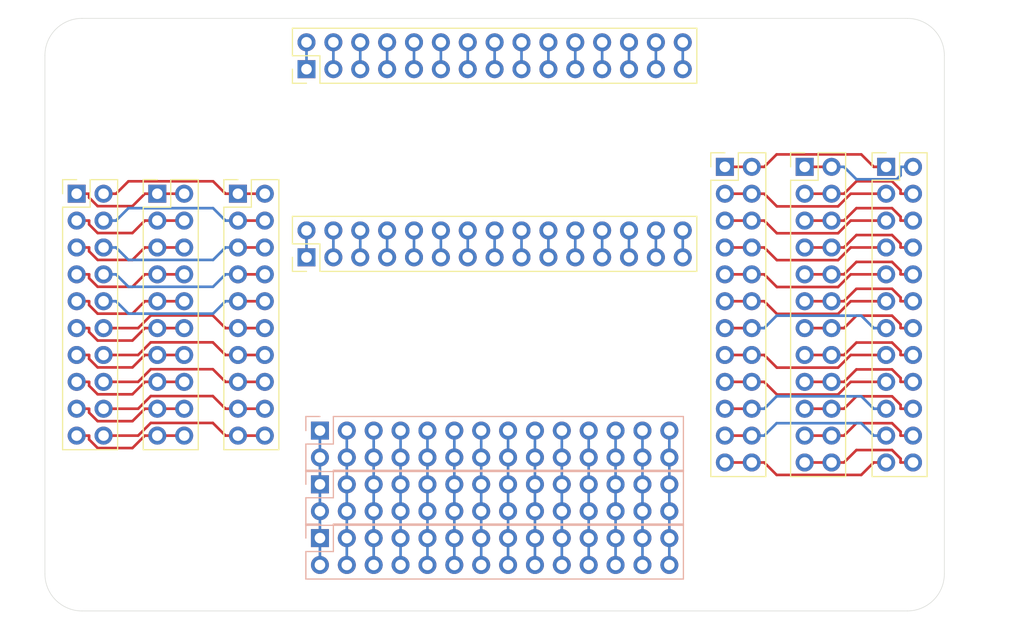
<source format=kicad_pcb>
(kicad_pcb (version 20171130) (host pcbnew "(5.1.9)-1")

  (general
    (thickness 1.6)
    (drawings 9)
    (tracks 386)
    (zones 0)
    (modules 12)
    (nets 89)
  )

  (page A4)
  (layers
    (0 F.Cu signal)
    (31 B.Cu signal)
    (32 B.Adhes user)
    (33 F.Adhes user)
    (34 B.Paste user)
    (35 F.Paste user)
    (36 B.SilkS user)
    (37 F.SilkS user)
    (38 B.Mask user)
    (39 F.Mask user)
    (40 Dwgs.User user)
    (41 Cmts.User user)
    (42 Eco1.User user)
    (43 Eco2.User user)
    (44 Edge.Cuts user)
    (45 Margin user)
    (46 B.CrtYd user)
    (47 F.CrtYd user)
    (48 B.Fab user)
    (49 F.Fab user)
  )

  (setup
    (last_trace_width 0.25)
    (trace_clearance 0.2)
    (zone_clearance 0.508)
    (zone_45_only no)
    (trace_min 0.2)
    (via_size 0.8)
    (via_drill 0.4)
    (via_min_size 0.4)
    (via_min_drill 0.3)
    (uvia_size 0.3)
    (uvia_drill 0.1)
    (uvias_allowed no)
    (uvia_min_size 0.2)
    (uvia_min_drill 0.1)
    (edge_width 0.05)
    (segment_width 0.2)
    (pcb_text_width 0.3)
    (pcb_text_size 1.5 1.5)
    (mod_edge_width 0.12)
    (mod_text_size 1 1)
    (mod_text_width 0.15)
    (pad_size 1.524 1.524)
    (pad_drill 0.762)
    (pad_to_mask_clearance 0)
    (aux_axis_origin 0 0)
    (visible_elements 7FFFF7FF)
    (pcbplotparams
      (layerselection 0x010fc_ffffffff)
      (usegerberextensions false)
      (usegerberattributes true)
      (usegerberadvancedattributes true)
      (creategerberjobfile true)
      (excludeedgelayer true)
      (linewidth 0.100000)
      (plotframeref false)
      (viasonmask false)
      (mode 1)
      (useauxorigin false)
      (hpglpennumber 1)
      (hpglpenspeed 20)
      (hpglpendiameter 15.000000)
      (psnegative false)
      (psa4output false)
      (plotreference true)
      (plotvalue true)
      (plotinvisibletext false)
      (padsonsilk false)
      (subtractmaskfromsilk false)
      (outputformat 1)
      (mirror false)
      (drillshape 1)
      (scaleselection 1)
      (outputdirectory ""))
  )

  (net 0 "")
  (net 1 "Net-(J3-Pad1)")
  (net 2 "Net-(J3-Pad19)")
  (net 3 "Net-(J3-Pad17)")
  (net 4 "Net-(J3-Pad15)")
  (net 5 "Net-(J3-Pad13)")
  (net 6 "Net-(J3-Pad10)")
  (net 7 "Net-(J10-Pad1)")
  (net 8 "Net-(J10-Pad3)")
  (net 9 "Net-(J10-Pad5)")
  (net 10 "Net-(J10-Pad7)")
  (net 11 "Net-(J10-Pad10)")
  (net 12 "Net-(J10-Pad11)")
  (net 13 "Net-(J10-Pad13)")
  (net 14 "Net-(J10-Pad15)")
  (net 15 "Net-(J10-Pad17)")
  (net 16 "Net-(J10-Pad19)")
  (net 17 "Net-(J10-Pad21)")
  (net 18 "Net-(J10-Pad23)")
  (net 19 "Net-(J10-Pad25)")
  (net 20 "Net-(J10-Pad27)")
  (net 21 "Net-(J10-Pad29)")
  (net 22 "Net-(J3-Pad11)")
  (net 23 "Net-(J3-Pad7)")
  (net 24 "Net-(J3-Pad5)")
  (net 25 "Net-(J3-Pad3)")
  (net 26 "Net-(J1-Pad1)")
  (net 27 "Net-(J1-Pad2)")
  (net 28 "Net-(J1-Pad3)")
  (net 29 "Net-(J1-Pad4)")
  (net 30 "Net-(J1-Pad5)")
  (net 31 "Net-(J1-Pad6)")
  (net 32 "Net-(J1-Pad7)")
  (net 33 "Net-(J1-Pad8)")
  (net 34 "Net-(J1-Pad9)")
  (net 35 "Net-(J1-Pad10)")
  (net 36 "Net-(J1-Pad11)")
  (net 37 "Net-(J1-Pad12)")
  (net 38 "Net-(J1-Pad13)")
  (net 39 "Net-(J1-Pad14)")
  (net 40 "Net-(J1-Pad15)")
  (net 41 "Net-(J1-Pad16)")
  (net 42 "Net-(J1-Pad17)")
  (net 43 "Net-(J1-Pad18)")
  (net 44 "Net-(J1-Pad19)")
  (net 45 "Net-(J1-Pad20)")
  (net 46 "Net-(J2-Pad1)")
  (net 47 "Net-(J12-Pad1)")
  (net 48 "Net-(J2-Pad3)")
  (net 49 "Net-(J12-Pad3)")
  (net 50 "Net-(J2-Pad5)")
  (net 51 "Net-(J12-Pad5)")
  (net 52 "Net-(J2-Pad7)")
  (net 53 "Net-(J12-Pad7)")
  (net 54 "Net-(J2-Pad9)")
  (net 55 "Net-(J12-Pad10)")
  (net 56 "Net-(J2-Pad11)")
  (net 57 "Net-(J12-Pad11)")
  (net 58 "Net-(J2-Pad13)")
  (net 59 "Net-(J12-Pad13)")
  (net 60 "Net-(J2-Pad15)")
  (net 61 "Net-(J12-Pad15)")
  (net 62 "Net-(J2-Pad17)")
  (net 63 "Net-(J12-Pad17)")
  (net 64 "Net-(J2-Pad19)")
  (net 65 "Net-(J12-Pad19)")
  (net 66 "Net-(J2-Pad21)")
  (net 67 "Net-(J12-Pad21)")
  (net 68 "Net-(J2-Pad23)")
  (net 69 "Net-(J12-Pad23)")
  (net 70 "Net-(J7-Pad29)")
  (net 71 "Net-(J7-Pad27)")
  (net 72 "Net-(J7-Pad25)")
  (net 73 "Net-(J7-Pad23)")
  (net 74 "Net-(J7-Pad21)")
  (net 75 "Net-(J7-Pad19)")
  (net 76 "Net-(J7-Pad17)")
  (net 77 "Net-(J7-Pad15)")
  (net 78 "Net-(J7-Pad13)")
  (net 79 "Net-(J7-Pad11)")
  (net 80 "Net-(J7-Pad10)")
  (net 81 "Net-(J7-Pad7)")
  (net 82 "Net-(J7-Pad5)")
  (net 83 "Net-(J7-Pad3)")
  (net 84 "Net-(J7-Pad1)")
  (net 85 "Net-(J3-Pad21)")
  (net 86 "Net-(J3-Pad23)")
  (net 87 "Net-(J3-Pad25)")
  (net 88 "Net-(J3-Pad27)")

  (net_class Default "This is the default net class."
    (clearance 0.2)
    (trace_width 0.25)
    (via_dia 0.8)
    (via_drill 0.4)
    (uvia_dia 0.3)
    (uvia_drill 0.1)
    (add_net "Net-(J1-Pad1)")
    (add_net "Net-(J1-Pad10)")
    (add_net "Net-(J1-Pad11)")
    (add_net "Net-(J1-Pad12)")
    (add_net "Net-(J1-Pad13)")
    (add_net "Net-(J1-Pad14)")
    (add_net "Net-(J1-Pad15)")
    (add_net "Net-(J1-Pad16)")
    (add_net "Net-(J1-Pad17)")
    (add_net "Net-(J1-Pad18)")
    (add_net "Net-(J1-Pad19)")
    (add_net "Net-(J1-Pad2)")
    (add_net "Net-(J1-Pad20)")
    (add_net "Net-(J1-Pad3)")
    (add_net "Net-(J1-Pad4)")
    (add_net "Net-(J1-Pad5)")
    (add_net "Net-(J1-Pad6)")
    (add_net "Net-(J1-Pad7)")
    (add_net "Net-(J1-Pad8)")
    (add_net "Net-(J1-Pad9)")
    (add_net "Net-(J10-Pad1)")
    (add_net "Net-(J10-Pad10)")
    (add_net "Net-(J10-Pad11)")
    (add_net "Net-(J10-Pad13)")
    (add_net "Net-(J10-Pad15)")
    (add_net "Net-(J10-Pad17)")
    (add_net "Net-(J10-Pad19)")
    (add_net "Net-(J10-Pad21)")
    (add_net "Net-(J10-Pad23)")
    (add_net "Net-(J10-Pad25)")
    (add_net "Net-(J10-Pad27)")
    (add_net "Net-(J10-Pad29)")
    (add_net "Net-(J10-Pad3)")
    (add_net "Net-(J10-Pad5)")
    (add_net "Net-(J10-Pad7)")
    (add_net "Net-(J12-Pad1)")
    (add_net "Net-(J12-Pad10)")
    (add_net "Net-(J12-Pad11)")
    (add_net "Net-(J12-Pad13)")
    (add_net "Net-(J12-Pad15)")
    (add_net "Net-(J12-Pad17)")
    (add_net "Net-(J12-Pad19)")
    (add_net "Net-(J12-Pad21)")
    (add_net "Net-(J12-Pad23)")
    (add_net "Net-(J12-Pad3)")
    (add_net "Net-(J12-Pad5)")
    (add_net "Net-(J12-Pad7)")
    (add_net "Net-(J2-Pad1)")
    (add_net "Net-(J2-Pad11)")
    (add_net "Net-(J2-Pad13)")
    (add_net "Net-(J2-Pad15)")
    (add_net "Net-(J2-Pad17)")
    (add_net "Net-(J2-Pad19)")
    (add_net "Net-(J2-Pad21)")
    (add_net "Net-(J2-Pad23)")
    (add_net "Net-(J2-Pad3)")
    (add_net "Net-(J2-Pad5)")
    (add_net "Net-(J2-Pad7)")
    (add_net "Net-(J2-Pad9)")
    (add_net "Net-(J3-Pad1)")
    (add_net "Net-(J3-Pad10)")
    (add_net "Net-(J3-Pad11)")
    (add_net "Net-(J3-Pad13)")
    (add_net "Net-(J3-Pad15)")
    (add_net "Net-(J3-Pad17)")
    (add_net "Net-(J3-Pad19)")
    (add_net "Net-(J3-Pad21)")
    (add_net "Net-(J3-Pad23)")
    (add_net "Net-(J3-Pad25)")
    (add_net "Net-(J3-Pad27)")
    (add_net "Net-(J3-Pad3)")
    (add_net "Net-(J3-Pad5)")
    (add_net "Net-(J3-Pad7)")
    (add_net "Net-(J7-Pad1)")
    (add_net "Net-(J7-Pad10)")
    (add_net "Net-(J7-Pad11)")
    (add_net "Net-(J7-Pad13)")
    (add_net "Net-(J7-Pad15)")
    (add_net "Net-(J7-Pad17)")
    (add_net "Net-(J7-Pad19)")
    (add_net "Net-(J7-Pad21)")
    (add_net "Net-(J7-Pad23)")
    (add_net "Net-(J7-Pad25)")
    (add_net "Net-(J7-Pad27)")
    (add_net "Net-(J7-Pad29)")
    (add_net "Net-(J7-Pad3)")
    (add_net "Net-(J7-Pad5)")
    (add_net "Net-(J7-Pad7)")
  )

  (module MountingHole:MountingHole_2.5mm (layer F.Cu) (tedit 56D1B4CB) (tstamp 61FC9FB1)
    (at 202.5 98)
    (descr "Mounting Hole 2.5mm, no annular")
    (tags "mounting hole 2.5mm no annular")
    (path /620171F6)
    (attr virtual)
    (fp_text reference H1 (at 0 -3.5) (layer Cmts.User)
      (effects (font (size 1 1) (thickness 0.15)))
    )
    (fp_text value CMH (at 0 3.5) (layer F.Fab)
      (effects (font (size 1 1) (thickness 0.15)))
    )
    (fp_circle (center 0 0) (end 2.75 0) (layer F.CrtYd) (width 0.05))
    (fp_circle (center 0 0) (end 2.5 0) (layer Cmts.User) (width 0.15))
    (fp_text user %R (at 0.3 0) (layer F.Fab)
      (effects (font (size 1 1) (thickness 0.15)))
    )
    (pad 1 np_thru_hole circle (at 0 0) (size 2.5 2.5) (drill 2.5) (layers *.Cu *.Mask))
  )

  (module Connector_PinHeader_2.54mm:PinHeader_2x10_P2.54mm_Vertical (layer F.Cu) (tedit 59FED5CC) (tstamp 61FC9FDB)
    (at 163 86.57)
    (descr "Through hole straight pin header, 2x10, 2.54mm pitch, double rows")
    (tags "Through hole pin header THT 2x10 2.54mm double row")
    (path /6160E35B)
    (fp_text reference J1 (at 1.27 -2.33) (layer Cmts.User)
      (effects (font (size 1 1) (thickness 0.15)))
    )
    (fp_text value main_conn_10 (at 1.27 25.19) (layer F.Fab)
      (effects (font (size 1 1) (thickness 0.15)))
    )
    (fp_line (start 4.35 -1.8) (end -1.8 -1.8) (layer F.CrtYd) (width 0.05))
    (fp_line (start 4.35 24.65) (end 4.35 -1.8) (layer F.CrtYd) (width 0.05))
    (fp_line (start -1.8 24.65) (end 4.35 24.65) (layer F.CrtYd) (width 0.05))
    (fp_line (start -1.8 -1.8) (end -1.8 24.65) (layer F.CrtYd) (width 0.05))
    (fp_line (start -1.33 -1.33) (end 0 -1.33) (layer F.SilkS) (width 0.12))
    (fp_line (start -1.33 0) (end -1.33 -1.33) (layer F.SilkS) (width 0.12))
    (fp_line (start 1.27 -1.33) (end 3.87 -1.33) (layer F.SilkS) (width 0.12))
    (fp_line (start 1.27 1.27) (end 1.27 -1.33) (layer F.SilkS) (width 0.12))
    (fp_line (start -1.33 1.27) (end 1.27 1.27) (layer F.SilkS) (width 0.12))
    (fp_line (start 3.87 -1.33) (end 3.87 24.19) (layer F.SilkS) (width 0.12))
    (fp_line (start -1.33 1.27) (end -1.33 24.19) (layer F.SilkS) (width 0.12))
    (fp_line (start -1.33 24.19) (end 3.87 24.19) (layer F.SilkS) (width 0.12))
    (fp_line (start -1.27 0) (end 0 -1.27) (layer F.Fab) (width 0.1))
    (fp_line (start -1.27 24.13) (end -1.27 0) (layer F.Fab) (width 0.1))
    (fp_line (start 3.81 24.13) (end -1.27 24.13) (layer F.Fab) (width 0.1))
    (fp_line (start 3.81 -1.27) (end 3.81 24.13) (layer F.Fab) (width 0.1))
    (fp_line (start 0 -1.27) (end 3.81 -1.27) (layer F.Fab) (width 0.1))
    (fp_text user %R (at 1.27 11.43 90) (layer F.Fab)
      (effects (font (size 1 1) (thickness 0.15)))
    )
    (pad 1 thru_hole rect (at 0 0) (size 1.7 1.7) (drill 1) (layers *.Cu *.Mask)
      (net 26 "Net-(J1-Pad1)"))
    (pad 2 thru_hole oval (at 2.54 0) (size 1.7 1.7) (drill 1) (layers *.Cu *.Mask)
      (net 27 "Net-(J1-Pad2)"))
    (pad 3 thru_hole oval (at 0 2.54) (size 1.7 1.7) (drill 1) (layers *.Cu *.Mask)
      (net 28 "Net-(J1-Pad3)"))
    (pad 4 thru_hole oval (at 2.54 2.54) (size 1.7 1.7) (drill 1) (layers *.Cu *.Mask)
      (net 29 "Net-(J1-Pad4)"))
    (pad 5 thru_hole oval (at 0 5.08) (size 1.7 1.7) (drill 1) (layers *.Cu *.Mask)
      (net 30 "Net-(J1-Pad5)"))
    (pad 6 thru_hole oval (at 2.54 5.08) (size 1.7 1.7) (drill 1) (layers *.Cu *.Mask)
      (net 31 "Net-(J1-Pad6)"))
    (pad 7 thru_hole oval (at 0 7.62) (size 1.7 1.7) (drill 1) (layers *.Cu *.Mask)
      (net 32 "Net-(J1-Pad7)"))
    (pad 8 thru_hole oval (at 2.54 7.62) (size 1.7 1.7) (drill 1) (layers *.Cu *.Mask)
      (net 33 "Net-(J1-Pad8)"))
    (pad 9 thru_hole oval (at 0 10.16) (size 1.7 1.7) (drill 1) (layers *.Cu *.Mask)
      (net 34 "Net-(J1-Pad9)"))
    (pad 10 thru_hole oval (at 2.54 10.16) (size 1.7 1.7) (drill 1) (layers *.Cu *.Mask)
      (net 35 "Net-(J1-Pad10)"))
    (pad 11 thru_hole oval (at 0 12.7) (size 1.7 1.7) (drill 1) (layers *.Cu *.Mask)
      (net 36 "Net-(J1-Pad11)"))
    (pad 12 thru_hole oval (at 2.54 12.7) (size 1.7 1.7) (drill 1) (layers *.Cu *.Mask)
      (net 37 "Net-(J1-Pad12)"))
    (pad 13 thru_hole oval (at 0 15.24) (size 1.7 1.7) (drill 1) (layers *.Cu *.Mask)
      (net 38 "Net-(J1-Pad13)"))
    (pad 14 thru_hole oval (at 2.54 15.24) (size 1.7 1.7) (drill 1) (layers *.Cu *.Mask)
      (net 39 "Net-(J1-Pad14)"))
    (pad 15 thru_hole oval (at 0 17.78) (size 1.7 1.7) (drill 1) (layers *.Cu *.Mask)
      (net 40 "Net-(J1-Pad15)"))
    (pad 16 thru_hole oval (at 2.54 17.78) (size 1.7 1.7) (drill 1) (layers *.Cu *.Mask)
      (net 41 "Net-(J1-Pad16)"))
    (pad 17 thru_hole oval (at 0 20.32) (size 1.7 1.7) (drill 1) (layers *.Cu *.Mask)
      (net 42 "Net-(J1-Pad17)"))
    (pad 18 thru_hole oval (at 2.54 20.32) (size 1.7 1.7) (drill 1) (layers *.Cu *.Mask)
      (net 43 "Net-(J1-Pad18)"))
    (pad 19 thru_hole oval (at 0 22.86) (size 1.7 1.7) (drill 1) (layers *.Cu *.Mask)
      (net 44 "Net-(J1-Pad19)"))
    (pad 20 thru_hole oval (at 2.54 22.86) (size 1.7 1.7) (drill 1) (layers *.Cu *.Mask)
      (net 45 "Net-(J1-Pad20)"))
    (model ${KISYS3DMOD}/Connector_PinHeader_2.54mm.3dshapes/PinHeader_2x10_P2.54mm_Vertical.wrl
      (at (xyz 0 0 0))
      (scale (xyz 1 1 1))
      (rotate (xyz 0 0 0))
    )
  )

  (module Connector_PinHeader_2.54mm:PinHeader_2x12_P2.54mm_Vertical (layer F.Cu) (tedit 59FED5CC) (tstamp 61FCA009)
    (at 239.5 84.03)
    (descr "Through hole straight pin header, 2x12, 2.54mm pitch, double rows")
    (tags "Through hole pin header THT 2x12 2.54mm double row")
    (path /6160FED6)
    (fp_text reference J2 (at 1.27 -2.33) (layer Cmts.User)
      (effects (font (size 1 1) (thickness 0.15)))
    )
    (fp_text value main_conn_12 (at 1.27 30.27) (layer F.Fab)
      (effects (font (size 1 1) (thickness 0.15)))
    )
    (fp_line (start 4.35 -1.8) (end -1.8 -1.8) (layer F.CrtYd) (width 0.05))
    (fp_line (start 4.35 29.75) (end 4.35 -1.8) (layer F.CrtYd) (width 0.05))
    (fp_line (start -1.8 29.75) (end 4.35 29.75) (layer F.CrtYd) (width 0.05))
    (fp_line (start -1.8 -1.8) (end -1.8 29.75) (layer F.CrtYd) (width 0.05))
    (fp_line (start -1.33 -1.33) (end 0 -1.33) (layer F.SilkS) (width 0.12))
    (fp_line (start -1.33 0) (end -1.33 -1.33) (layer F.SilkS) (width 0.12))
    (fp_line (start 1.27 -1.33) (end 3.87 -1.33) (layer F.SilkS) (width 0.12))
    (fp_line (start 1.27 1.27) (end 1.27 -1.33) (layer F.SilkS) (width 0.12))
    (fp_line (start -1.33 1.27) (end 1.27 1.27) (layer F.SilkS) (width 0.12))
    (fp_line (start 3.87 -1.33) (end 3.87 29.27) (layer F.SilkS) (width 0.12))
    (fp_line (start -1.33 1.27) (end -1.33 29.27) (layer F.SilkS) (width 0.12))
    (fp_line (start -1.33 29.27) (end 3.87 29.27) (layer F.SilkS) (width 0.12))
    (fp_line (start -1.27 0) (end 0 -1.27) (layer F.Fab) (width 0.1))
    (fp_line (start -1.27 29.21) (end -1.27 0) (layer F.Fab) (width 0.1))
    (fp_line (start 3.81 29.21) (end -1.27 29.21) (layer F.Fab) (width 0.1))
    (fp_line (start 3.81 -1.27) (end 3.81 29.21) (layer F.Fab) (width 0.1))
    (fp_line (start 0 -1.27) (end 3.81 -1.27) (layer F.Fab) (width 0.1))
    (fp_text user %R (at 1.27 13.97 90) (layer F.Fab)
      (effects (font (size 1 1) (thickness 0.15)))
    )
    (pad 1 thru_hole rect (at 0 0) (size 1.7 1.7) (drill 1) (layers *.Cu *.Mask)
      (net 46 "Net-(J2-Pad1)"))
    (pad 2 thru_hole oval (at 2.54 0) (size 1.7 1.7) (drill 1) (layers *.Cu *.Mask)
      (net 47 "Net-(J12-Pad1)"))
    (pad 3 thru_hole oval (at 0 2.54) (size 1.7 1.7) (drill 1) (layers *.Cu *.Mask)
      (net 48 "Net-(J2-Pad3)"))
    (pad 4 thru_hole oval (at 2.54 2.54) (size 1.7 1.7) (drill 1) (layers *.Cu *.Mask)
      (net 49 "Net-(J12-Pad3)"))
    (pad 5 thru_hole oval (at 0 5.08) (size 1.7 1.7) (drill 1) (layers *.Cu *.Mask)
      (net 50 "Net-(J2-Pad5)"))
    (pad 6 thru_hole oval (at 2.54 5.08) (size 1.7 1.7) (drill 1) (layers *.Cu *.Mask)
      (net 51 "Net-(J12-Pad5)"))
    (pad 7 thru_hole oval (at 0 7.62) (size 1.7 1.7) (drill 1) (layers *.Cu *.Mask)
      (net 52 "Net-(J2-Pad7)"))
    (pad 8 thru_hole oval (at 2.54 7.62) (size 1.7 1.7) (drill 1) (layers *.Cu *.Mask)
      (net 53 "Net-(J12-Pad7)"))
    (pad 9 thru_hole oval (at 0 10.16) (size 1.7 1.7) (drill 1) (layers *.Cu *.Mask)
      (net 54 "Net-(J2-Pad9)"))
    (pad 10 thru_hole oval (at 2.54 10.16) (size 1.7 1.7) (drill 1) (layers *.Cu *.Mask)
      (net 55 "Net-(J12-Pad10)"))
    (pad 11 thru_hole oval (at 0 12.7) (size 1.7 1.7) (drill 1) (layers *.Cu *.Mask)
      (net 56 "Net-(J2-Pad11)"))
    (pad 12 thru_hole oval (at 2.54 12.7) (size 1.7 1.7) (drill 1) (layers *.Cu *.Mask)
      (net 57 "Net-(J12-Pad11)"))
    (pad 13 thru_hole oval (at 0 15.24) (size 1.7 1.7) (drill 1) (layers *.Cu *.Mask)
      (net 58 "Net-(J2-Pad13)"))
    (pad 14 thru_hole oval (at 2.54 15.24) (size 1.7 1.7) (drill 1) (layers *.Cu *.Mask)
      (net 59 "Net-(J12-Pad13)"))
    (pad 15 thru_hole oval (at 0 17.78) (size 1.7 1.7) (drill 1) (layers *.Cu *.Mask)
      (net 60 "Net-(J2-Pad15)"))
    (pad 16 thru_hole oval (at 2.54 17.78) (size 1.7 1.7) (drill 1) (layers *.Cu *.Mask)
      (net 61 "Net-(J12-Pad15)"))
    (pad 17 thru_hole oval (at 0 20.32) (size 1.7 1.7) (drill 1) (layers *.Cu *.Mask)
      (net 62 "Net-(J2-Pad17)"))
    (pad 18 thru_hole oval (at 2.54 20.32) (size 1.7 1.7) (drill 1) (layers *.Cu *.Mask)
      (net 63 "Net-(J12-Pad17)"))
    (pad 19 thru_hole oval (at 0 22.86) (size 1.7 1.7) (drill 1) (layers *.Cu *.Mask)
      (net 64 "Net-(J2-Pad19)"))
    (pad 20 thru_hole oval (at 2.54 22.86) (size 1.7 1.7) (drill 1) (layers *.Cu *.Mask)
      (net 65 "Net-(J12-Pad19)"))
    (pad 21 thru_hole oval (at 0 25.4) (size 1.7 1.7) (drill 1) (layers *.Cu *.Mask)
      (net 66 "Net-(J2-Pad21)"))
    (pad 22 thru_hole oval (at 2.54 25.4) (size 1.7 1.7) (drill 1) (layers *.Cu *.Mask)
      (net 67 "Net-(J12-Pad21)"))
    (pad 23 thru_hole oval (at 0 27.94) (size 1.7 1.7) (drill 1) (layers *.Cu *.Mask)
      (net 68 "Net-(J2-Pad23)"))
    (pad 24 thru_hole oval (at 2.54 27.94) (size 1.7 1.7) (drill 1) (layers *.Cu *.Mask)
      (net 69 "Net-(J12-Pad23)"))
    (model ${KISYS3DMOD}/Connector_PinHeader_2.54mm.3dshapes/PinHeader_2x12_P2.54mm_Vertical.wrl
      (at (xyz 0 0 0))
      (scale (xyz 1 1 1))
      (rotate (xyz 0 0 0))
    )
  )

  (module Connector_PinHeader_2.54mm:PinHeader_2x10_P2.54mm_Vertical (layer F.Cu) (tedit 59FED5CC) (tstamp 61FCA087)
    (at 170.62 86.57)
    (descr "Through hole straight pin header, 2x10, 2.54mm pitch, double rows")
    (tags "Through hole pin header THT 2x10 2.54mm double row")
    (path /61FF84C4)
    (fp_text reference J5 (at 1.27 -2.33) (layer Cmts.User)
      (effects (font (size 1 1) (thickness 0.15)))
    )
    (fp_text value Conn_02x10_Counter_Clockwise (at 1.27 25.19) (layer F.Fab)
      (effects (font (size 1 1) (thickness 0.15)))
    )
    (fp_line (start 0 -1.27) (end 3.81 -1.27) (layer F.Fab) (width 0.1))
    (fp_line (start 3.81 -1.27) (end 3.81 24.13) (layer F.Fab) (width 0.1))
    (fp_line (start 3.81 24.13) (end -1.27 24.13) (layer F.Fab) (width 0.1))
    (fp_line (start -1.27 24.13) (end -1.27 0) (layer F.Fab) (width 0.1))
    (fp_line (start -1.27 0) (end 0 -1.27) (layer F.Fab) (width 0.1))
    (fp_line (start -1.33 24.19) (end 3.87 24.19) (layer F.SilkS) (width 0.12))
    (fp_line (start -1.33 1.27) (end -1.33 24.19) (layer F.SilkS) (width 0.12))
    (fp_line (start 3.87 -1.33) (end 3.87 24.19) (layer F.SilkS) (width 0.12))
    (fp_line (start -1.33 1.27) (end 1.27 1.27) (layer F.SilkS) (width 0.12))
    (fp_line (start 1.27 1.27) (end 1.27 -1.33) (layer F.SilkS) (width 0.12))
    (fp_line (start 1.27 -1.33) (end 3.87 -1.33) (layer F.SilkS) (width 0.12))
    (fp_line (start -1.33 0) (end -1.33 -1.33) (layer F.SilkS) (width 0.12))
    (fp_line (start -1.33 -1.33) (end 0 -1.33) (layer F.SilkS) (width 0.12))
    (fp_line (start -1.8 -1.8) (end -1.8 24.65) (layer F.CrtYd) (width 0.05))
    (fp_line (start -1.8 24.65) (end 4.35 24.65) (layer F.CrtYd) (width 0.05))
    (fp_line (start 4.35 24.65) (end 4.35 -1.8) (layer F.CrtYd) (width 0.05))
    (fp_line (start 4.35 -1.8) (end -1.8 -1.8) (layer F.CrtYd) (width 0.05))
    (fp_text user %R (at 1.27 11.43 90) (layer F.Fab)
      (effects (font (size 1 1) (thickness 0.15)))
    )
    (pad 20 thru_hole oval (at 2.54 22.86) (size 1.7 1.7) (drill 1) (layers *.Cu *.Mask)
      (net 44 "Net-(J1-Pad19)"))
    (pad 19 thru_hole oval (at 0 22.86) (size 1.7 1.7) (drill 1) (layers *.Cu *.Mask)
      (net 44 "Net-(J1-Pad19)"))
    (pad 18 thru_hole oval (at 2.54 20.32) (size 1.7 1.7) (drill 1) (layers *.Cu *.Mask)
      (net 42 "Net-(J1-Pad17)"))
    (pad 17 thru_hole oval (at 0 20.32) (size 1.7 1.7) (drill 1) (layers *.Cu *.Mask)
      (net 42 "Net-(J1-Pad17)"))
    (pad 16 thru_hole oval (at 2.54 17.78) (size 1.7 1.7) (drill 1) (layers *.Cu *.Mask)
      (net 40 "Net-(J1-Pad15)"))
    (pad 15 thru_hole oval (at 0 17.78) (size 1.7 1.7) (drill 1) (layers *.Cu *.Mask)
      (net 40 "Net-(J1-Pad15)"))
    (pad 14 thru_hole oval (at 2.54 15.24) (size 1.7 1.7) (drill 1) (layers *.Cu *.Mask)
      (net 38 "Net-(J1-Pad13)"))
    (pad 13 thru_hole oval (at 0 15.24) (size 1.7 1.7) (drill 1) (layers *.Cu *.Mask)
      (net 38 "Net-(J1-Pad13)"))
    (pad 12 thru_hole oval (at 2.54 12.7) (size 1.7 1.7) (drill 1) (layers *.Cu *.Mask)
      (net 36 "Net-(J1-Pad11)"))
    (pad 11 thru_hole oval (at 0 12.7) (size 1.7 1.7) (drill 1) (layers *.Cu *.Mask)
      (net 36 "Net-(J1-Pad11)"))
    (pad 10 thru_hole oval (at 2.54 10.16) (size 1.7 1.7) (drill 1) (layers *.Cu *.Mask)
      (net 34 "Net-(J1-Pad9)"))
    (pad 9 thru_hole oval (at 0 10.16) (size 1.7 1.7) (drill 1) (layers *.Cu *.Mask)
      (net 34 "Net-(J1-Pad9)"))
    (pad 8 thru_hole oval (at 2.54 7.62) (size 1.7 1.7) (drill 1) (layers *.Cu *.Mask)
      (net 32 "Net-(J1-Pad7)"))
    (pad 7 thru_hole oval (at 0 7.62) (size 1.7 1.7) (drill 1) (layers *.Cu *.Mask)
      (net 32 "Net-(J1-Pad7)"))
    (pad 6 thru_hole oval (at 2.54 5.08) (size 1.7 1.7) (drill 1) (layers *.Cu *.Mask)
      (net 30 "Net-(J1-Pad5)"))
    (pad 5 thru_hole oval (at 0 5.08) (size 1.7 1.7) (drill 1) (layers *.Cu *.Mask)
      (net 30 "Net-(J1-Pad5)"))
    (pad 4 thru_hole oval (at 2.54 2.54) (size 1.7 1.7) (drill 1) (layers *.Cu *.Mask)
      (net 28 "Net-(J1-Pad3)"))
    (pad 3 thru_hole oval (at 0 2.54) (size 1.7 1.7) (drill 1) (layers *.Cu *.Mask)
      (net 28 "Net-(J1-Pad3)"))
    (pad 2 thru_hole oval (at 2.54 0) (size 1.7 1.7) (drill 1) (layers *.Cu *.Mask)
      (net 26 "Net-(J1-Pad1)"))
    (pad 1 thru_hole rect (at 0 0) (size 1.7 1.7) (drill 1) (layers *.Cu *.Mask)
      (net 26 "Net-(J1-Pad1)"))
    (model ${KISYS3DMOD}/Connector_PinHeader_2.54mm.3dshapes/PinHeader_2x10_P2.54mm_Vertical.wrl
      (at (xyz 0 0 0))
      (scale (xyz 1 1 1))
      (rotate (xyz 0 0 0))
    )
  )

  (module Connector_PinHeader_2.54mm:PinHeader_2x15_P2.54mm_Vertical (layer F.Cu) (tedit 59FED5CC) (tstamp 61FCA0EF)
    (at 184.72 92.58 90)
    (descr "Through hole straight pin header, 2x15, 2.54mm pitch, double rows")
    (tags "Through hole pin header THT 2x15 2.54mm double row")
    (path /6203836E)
    (fp_text reference J7 (at 1.27 -2.33 90) (layer Cmts.User)
      (effects (font (size 1 1) (thickness 0.15)))
    )
    (fp_text value Arduino-left (at 1.27 37.89 90) (layer F.Fab)
      (effects (font (size 1 1) (thickness 0.15)))
    )
    (fp_line (start 0 -1.27) (end 3.81 -1.27) (layer F.Fab) (width 0.1))
    (fp_line (start 3.81 -1.27) (end 3.81 36.83) (layer F.Fab) (width 0.1))
    (fp_line (start 3.81 36.83) (end -1.27 36.83) (layer F.Fab) (width 0.1))
    (fp_line (start -1.27 36.83) (end -1.27 0) (layer F.Fab) (width 0.1))
    (fp_line (start -1.27 0) (end 0 -1.27) (layer F.Fab) (width 0.1))
    (fp_line (start -1.33 36.89) (end 3.87 36.89) (layer F.SilkS) (width 0.12))
    (fp_line (start -1.33 1.27) (end -1.33 36.89) (layer F.SilkS) (width 0.12))
    (fp_line (start 3.87 -1.33) (end 3.87 36.89) (layer F.SilkS) (width 0.12))
    (fp_line (start -1.33 1.27) (end 1.27 1.27) (layer F.SilkS) (width 0.12))
    (fp_line (start 1.27 1.27) (end 1.27 -1.33) (layer F.SilkS) (width 0.12))
    (fp_line (start 1.27 -1.33) (end 3.87 -1.33) (layer F.SilkS) (width 0.12))
    (fp_line (start -1.33 0) (end -1.33 -1.33) (layer F.SilkS) (width 0.12))
    (fp_line (start -1.33 -1.33) (end 0 -1.33) (layer F.SilkS) (width 0.12))
    (fp_line (start -1.8 -1.8) (end -1.8 37.35) (layer F.CrtYd) (width 0.05))
    (fp_line (start -1.8 37.35) (end 4.35 37.35) (layer F.CrtYd) (width 0.05))
    (fp_line (start 4.35 37.35) (end 4.35 -1.8) (layer F.CrtYd) (width 0.05))
    (fp_line (start 4.35 -1.8) (end -1.8 -1.8) (layer F.CrtYd) (width 0.05))
    (fp_text user %R (at 1.27 17.78) (layer F.Fab)
      (effects (font (size 1 1) (thickness 0.15)))
    )
    (pad 30 thru_hole oval (at 2.54 35.56 90) (size 1.7 1.7) (drill 1) (layers *.Cu *.Mask)
      (net 70 "Net-(J7-Pad29)"))
    (pad 29 thru_hole oval (at 0 35.56 90) (size 1.7 1.7) (drill 1) (layers *.Cu *.Mask)
      (net 70 "Net-(J7-Pad29)"))
    (pad 28 thru_hole oval (at 2.54 33.02 90) (size 1.7 1.7) (drill 1) (layers *.Cu *.Mask)
      (net 71 "Net-(J7-Pad27)"))
    (pad 27 thru_hole oval (at 0 33.02 90) (size 1.7 1.7) (drill 1) (layers *.Cu *.Mask)
      (net 71 "Net-(J7-Pad27)"))
    (pad 26 thru_hole oval (at 2.54 30.48 90) (size 1.7 1.7) (drill 1) (layers *.Cu *.Mask)
      (net 72 "Net-(J7-Pad25)"))
    (pad 25 thru_hole oval (at 0 30.48 90) (size 1.7 1.7) (drill 1) (layers *.Cu *.Mask)
      (net 72 "Net-(J7-Pad25)"))
    (pad 24 thru_hole oval (at 2.54 27.94 90) (size 1.7 1.7) (drill 1) (layers *.Cu *.Mask)
      (net 73 "Net-(J7-Pad23)"))
    (pad 23 thru_hole oval (at 0 27.94 90) (size 1.7 1.7) (drill 1) (layers *.Cu *.Mask)
      (net 73 "Net-(J7-Pad23)"))
    (pad 22 thru_hole oval (at 2.54 25.4 90) (size 1.7 1.7) (drill 1) (layers *.Cu *.Mask)
      (net 74 "Net-(J7-Pad21)"))
    (pad 21 thru_hole oval (at 0 25.4 90) (size 1.7 1.7) (drill 1) (layers *.Cu *.Mask)
      (net 74 "Net-(J7-Pad21)"))
    (pad 20 thru_hole oval (at 2.54 22.86 90) (size 1.7 1.7) (drill 1) (layers *.Cu *.Mask)
      (net 75 "Net-(J7-Pad19)"))
    (pad 19 thru_hole oval (at 0 22.86 90) (size 1.7 1.7) (drill 1) (layers *.Cu *.Mask)
      (net 75 "Net-(J7-Pad19)"))
    (pad 18 thru_hole oval (at 2.54 20.32 90) (size 1.7 1.7) (drill 1) (layers *.Cu *.Mask)
      (net 76 "Net-(J7-Pad17)"))
    (pad 17 thru_hole oval (at 0 20.32 90) (size 1.7 1.7) (drill 1) (layers *.Cu *.Mask)
      (net 76 "Net-(J7-Pad17)"))
    (pad 16 thru_hole oval (at 2.54 17.78 90) (size 1.7 1.7) (drill 1) (layers *.Cu *.Mask)
      (net 77 "Net-(J7-Pad15)"))
    (pad 15 thru_hole oval (at 0 17.78 90) (size 1.7 1.7) (drill 1) (layers *.Cu *.Mask)
      (net 77 "Net-(J7-Pad15)"))
    (pad 14 thru_hole oval (at 2.54 15.24 90) (size 1.7 1.7) (drill 1) (layers *.Cu *.Mask)
      (net 78 "Net-(J7-Pad13)"))
    (pad 13 thru_hole oval (at 0 15.24 90) (size 1.7 1.7) (drill 1) (layers *.Cu *.Mask)
      (net 78 "Net-(J7-Pad13)"))
    (pad 12 thru_hole oval (at 2.54 12.7 90) (size 1.7 1.7) (drill 1) (layers *.Cu *.Mask)
      (net 79 "Net-(J7-Pad11)"))
    (pad 11 thru_hole oval (at 0 12.7 90) (size 1.7 1.7) (drill 1) (layers *.Cu *.Mask)
      (net 79 "Net-(J7-Pad11)"))
    (pad 10 thru_hole oval (at 2.54 10.16 90) (size 1.7 1.7) (drill 1) (layers *.Cu *.Mask)
      (net 80 "Net-(J7-Pad10)"))
    (pad 9 thru_hole oval (at 0 10.16 90) (size 1.7 1.7) (drill 1) (layers *.Cu *.Mask)
      (net 80 "Net-(J7-Pad10)"))
    (pad 8 thru_hole oval (at 2.54 7.62 90) (size 1.7 1.7) (drill 1) (layers *.Cu *.Mask)
      (net 81 "Net-(J7-Pad7)"))
    (pad 7 thru_hole oval (at 0 7.62 90) (size 1.7 1.7) (drill 1) (layers *.Cu *.Mask)
      (net 81 "Net-(J7-Pad7)"))
    (pad 6 thru_hole oval (at 2.54 5.08 90) (size 1.7 1.7) (drill 1) (layers *.Cu *.Mask)
      (net 82 "Net-(J7-Pad5)"))
    (pad 5 thru_hole oval (at 0 5.08 90) (size 1.7 1.7) (drill 1) (layers *.Cu *.Mask)
      (net 82 "Net-(J7-Pad5)"))
    (pad 4 thru_hole oval (at 2.54 2.54 90) (size 1.7 1.7) (drill 1) (layers *.Cu *.Mask)
      (net 83 "Net-(J7-Pad3)"))
    (pad 3 thru_hole oval (at 0 2.54 90) (size 1.7 1.7) (drill 1) (layers *.Cu *.Mask)
      (net 83 "Net-(J7-Pad3)"))
    (pad 2 thru_hole oval (at 2.54 0 90) (size 1.7 1.7) (drill 1) (layers *.Cu *.Mask)
      (net 84 "Net-(J7-Pad1)"))
    (pad 1 thru_hole rect (at 0 0 90) (size 1.7 1.7) (drill 1) (layers *.Cu *.Mask)
      (net 84 "Net-(J7-Pad1)"))
    (model ${KISYS3DMOD}/Connector_PinHeader_2.54mm.3dshapes/PinHeader_2x15_P2.54mm_Vertical.wrl
      (at (xyz 0 0 0))
      (scale (xyz 1 1 1))
      (rotate (xyz 0 0 0))
    )
  )

  (module Connector_PinHeader_2.54mm:PinHeader_2x10_P2.54mm_Vertical (layer F.Cu) (tedit 59FED5CC) (tstamp 61FCA119)
    (at 178.24 86.57)
    (descr "Through hole straight pin header, 2x10, 2.54mm pitch, double rows")
    (tags "Through hole pin header THT 2x10 2.54mm double row")
    (path /61FFAAA2)
    (fp_text reference J8 (at 1.27 -2.33) (layer Cmts.User)
      (effects (font (size 1 1) (thickness 0.15)))
    )
    (fp_text value Conn_02x10_Counter_Clockwise (at 1.27 25.19) (layer F.Fab)
      (effects (font (size 1 1) (thickness 0.15)))
    )
    (fp_line (start 4.35 -1.8) (end -1.8 -1.8) (layer F.CrtYd) (width 0.05))
    (fp_line (start 4.35 24.65) (end 4.35 -1.8) (layer F.CrtYd) (width 0.05))
    (fp_line (start -1.8 24.65) (end 4.35 24.65) (layer F.CrtYd) (width 0.05))
    (fp_line (start -1.8 -1.8) (end -1.8 24.65) (layer F.CrtYd) (width 0.05))
    (fp_line (start -1.33 -1.33) (end 0 -1.33) (layer F.SilkS) (width 0.12))
    (fp_line (start -1.33 0) (end -1.33 -1.33) (layer F.SilkS) (width 0.12))
    (fp_line (start 1.27 -1.33) (end 3.87 -1.33) (layer F.SilkS) (width 0.12))
    (fp_line (start 1.27 1.27) (end 1.27 -1.33) (layer F.SilkS) (width 0.12))
    (fp_line (start -1.33 1.27) (end 1.27 1.27) (layer F.SilkS) (width 0.12))
    (fp_line (start 3.87 -1.33) (end 3.87 24.19) (layer F.SilkS) (width 0.12))
    (fp_line (start -1.33 1.27) (end -1.33 24.19) (layer F.SilkS) (width 0.12))
    (fp_line (start -1.33 24.19) (end 3.87 24.19) (layer F.SilkS) (width 0.12))
    (fp_line (start -1.27 0) (end 0 -1.27) (layer F.Fab) (width 0.1))
    (fp_line (start -1.27 24.13) (end -1.27 0) (layer F.Fab) (width 0.1))
    (fp_line (start 3.81 24.13) (end -1.27 24.13) (layer F.Fab) (width 0.1))
    (fp_line (start 3.81 -1.27) (end 3.81 24.13) (layer F.Fab) (width 0.1))
    (fp_line (start 0 -1.27) (end 3.81 -1.27) (layer F.Fab) (width 0.1))
    (fp_text user %R (at 1.27 11.43 90) (layer F.Fab)
      (effects (font (size 1 1) (thickness 0.15)))
    )
    (pad 1 thru_hole rect (at 0 0) (size 1.7 1.7) (drill 1) (layers *.Cu *.Mask)
      (net 27 "Net-(J1-Pad2)"))
    (pad 2 thru_hole oval (at 2.54 0) (size 1.7 1.7) (drill 1) (layers *.Cu *.Mask)
      (net 27 "Net-(J1-Pad2)"))
    (pad 3 thru_hole oval (at 0 2.54) (size 1.7 1.7) (drill 1) (layers *.Cu *.Mask)
      (net 29 "Net-(J1-Pad4)"))
    (pad 4 thru_hole oval (at 2.54 2.54) (size 1.7 1.7) (drill 1) (layers *.Cu *.Mask)
      (net 29 "Net-(J1-Pad4)"))
    (pad 5 thru_hole oval (at 0 5.08) (size 1.7 1.7) (drill 1) (layers *.Cu *.Mask)
      (net 31 "Net-(J1-Pad6)"))
    (pad 6 thru_hole oval (at 2.54 5.08) (size 1.7 1.7) (drill 1) (layers *.Cu *.Mask)
      (net 31 "Net-(J1-Pad6)"))
    (pad 7 thru_hole oval (at 0 7.62) (size 1.7 1.7) (drill 1) (layers *.Cu *.Mask)
      (net 33 "Net-(J1-Pad8)"))
    (pad 8 thru_hole oval (at 2.54 7.62) (size 1.7 1.7) (drill 1) (layers *.Cu *.Mask)
      (net 33 "Net-(J1-Pad8)"))
    (pad 9 thru_hole oval (at 0 10.16) (size 1.7 1.7) (drill 1) (layers *.Cu *.Mask)
      (net 35 "Net-(J1-Pad10)"))
    (pad 10 thru_hole oval (at 2.54 10.16) (size 1.7 1.7) (drill 1) (layers *.Cu *.Mask)
      (net 35 "Net-(J1-Pad10)"))
    (pad 11 thru_hole oval (at 0 12.7) (size 1.7 1.7) (drill 1) (layers *.Cu *.Mask)
      (net 37 "Net-(J1-Pad12)"))
    (pad 12 thru_hole oval (at 2.54 12.7) (size 1.7 1.7) (drill 1) (layers *.Cu *.Mask)
      (net 37 "Net-(J1-Pad12)"))
    (pad 13 thru_hole oval (at 0 15.24) (size 1.7 1.7) (drill 1) (layers *.Cu *.Mask)
      (net 39 "Net-(J1-Pad14)"))
    (pad 14 thru_hole oval (at 2.54 15.24) (size 1.7 1.7) (drill 1) (layers *.Cu *.Mask)
      (net 39 "Net-(J1-Pad14)"))
    (pad 15 thru_hole oval (at 0 17.78) (size 1.7 1.7) (drill 1) (layers *.Cu *.Mask)
      (net 41 "Net-(J1-Pad16)"))
    (pad 16 thru_hole oval (at 2.54 17.78) (size 1.7 1.7) (drill 1) (layers *.Cu *.Mask)
      (net 41 "Net-(J1-Pad16)"))
    (pad 17 thru_hole oval (at 0 20.32) (size 1.7 1.7) (drill 1) (layers *.Cu *.Mask)
      (net 43 "Net-(J1-Pad18)"))
    (pad 18 thru_hole oval (at 2.54 20.32) (size 1.7 1.7) (drill 1) (layers *.Cu *.Mask)
      (net 43 "Net-(J1-Pad18)"))
    (pad 19 thru_hole oval (at 0 22.86) (size 1.7 1.7) (drill 1) (layers *.Cu *.Mask)
      (net 45 "Net-(J1-Pad20)"))
    (pad 20 thru_hole oval (at 2.54 22.86) (size 1.7 1.7) (drill 1) (layers *.Cu *.Mask)
      (net 45 "Net-(J1-Pad20)"))
    (model ${KISYS3DMOD}/Connector_PinHeader_2.54mm.3dshapes/PinHeader_2x10_P2.54mm_Vertical.wrl
      (at (xyz 0 0 0))
      (scale (xyz 1 1 1))
      (rotate (xyz 0 0 0))
    )
  )

  (module Connector_PinHeader_2.54mm:PinHeader_2x12_P2.54mm_Vertical (layer F.Cu) (tedit 59FED5CC) (tstamp 61FCA147)
    (at 224.26 84.03)
    (descr "Through hole straight pin header, 2x12, 2.54mm pitch, double rows")
    (tags "Through hole pin header THT 2x12 2.54mm double row")
    (path /61FD1A5A)
    (fp_text reference J9 (at 1.27 -2.33) (layer Cmts.User)
      (effects (font (size 1 1) (thickness 0.15)))
    )
    (fp_text value Conn_02x12_Counter_Clockwise (at 1.27 30.27) (layer F.Fab)
      (effects (font (size 1 1) (thickness 0.15)))
    )
    (fp_line (start 4.35 -1.8) (end -1.8 -1.8) (layer F.CrtYd) (width 0.05))
    (fp_line (start 4.35 29.75) (end 4.35 -1.8) (layer F.CrtYd) (width 0.05))
    (fp_line (start -1.8 29.75) (end 4.35 29.75) (layer F.CrtYd) (width 0.05))
    (fp_line (start -1.8 -1.8) (end -1.8 29.75) (layer F.CrtYd) (width 0.05))
    (fp_line (start -1.33 -1.33) (end 0 -1.33) (layer F.SilkS) (width 0.12))
    (fp_line (start -1.33 0) (end -1.33 -1.33) (layer F.SilkS) (width 0.12))
    (fp_line (start 1.27 -1.33) (end 3.87 -1.33) (layer F.SilkS) (width 0.12))
    (fp_line (start 1.27 1.27) (end 1.27 -1.33) (layer F.SilkS) (width 0.12))
    (fp_line (start -1.33 1.27) (end 1.27 1.27) (layer F.SilkS) (width 0.12))
    (fp_line (start 3.87 -1.33) (end 3.87 29.27) (layer F.SilkS) (width 0.12))
    (fp_line (start -1.33 1.27) (end -1.33 29.27) (layer F.SilkS) (width 0.12))
    (fp_line (start -1.33 29.27) (end 3.87 29.27) (layer F.SilkS) (width 0.12))
    (fp_line (start -1.27 0) (end 0 -1.27) (layer F.Fab) (width 0.1))
    (fp_line (start -1.27 29.21) (end -1.27 0) (layer F.Fab) (width 0.1))
    (fp_line (start 3.81 29.21) (end -1.27 29.21) (layer F.Fab) (width 0.1))
    (fp_line (start 3.81 -1.27) (end 3.81 29.21) (layer F.Fab) (width 0.1))
    (fp_line (start 0 -1.27) (end 3.81 -1.27) (layer F.Fab) (width 0.1))
    (fp_text user %R (at 1.27 13.97 90) (layer F.Fab)
      (effects (font (size 1 1) (thickness 0.15)))
    )
    (pad 1 thru_hole rect (at 0 0) (size 1.7 1.7) (drill 1) (layers *.Cu *.Mask)
      (net 46 "Net-(J2-Pad1)"))
    (pad 2 thru_hole oval (at 2.54 0) (size 1.7 1.7) (drill 1) (layers *.Cu *.Mask)
      (net 46 "Net-(J2-Pad1)"))
    (pad 3 thru_hole oval (at 0 2.54) (size 1.7 1.7) (drill 1) (layers *.Cu *.Mask)
      (net 48 "Net-(J2-Pad3)"))
    (pad 4 thru_hole oval (at 2.54 2.54) (size 1.7 1.7) (drill 1) (layers *.Cu *.Mask)
      (net 48 "Net-(J2-Pad3)"))
    (pad 5 thru_hole oval (at 0 5.08) (size 1.7 1.7) (drill 1) (layers *.Cu *.Mask)
      (net 50 "Net-(J2-Pad5)"))
    (pad 6 thru_hole oval (at 2.54 5.08) (size 1.7 1.7) (drill 1) (layers *.Cu *.Mask)
      (net 50 "Net-(J2-Pad5)"))
    (pad 7 thru_hole oval (at 0 7.62) (size 1.7 1.7) (drill 1) (layers *.Cu *.Mask)
      (net 52 "Net-(J2-Pad7)"))
    (pad 8 thru_hole oval (at 2.54 7.62) (size 1.7 1.7) (drill 1) (layers *.Cu *.Mask)
      (net 52 "Net-(J2-Pad7)"))
    (pad 9 thru_hole oval (at 0 10.16) (size 1.7 1.7) (drill 1) (layers *.Cu *.Mask)
      (net 54 "Net-(J2-Pad9)"))
    (pad 10 thru_hole oval (at 2.54 10.16) (size 1.7 1.7) (drill 1) (layers *.Cu *.Mask)
      (net 54 "Net-(J2-Pad9)"))
    (pad 11 thru_hole oval (at 0 12.7) (size 1.7 1.7) (drill 1) (layers *.Cu *.Mask)
      (net 56 "Net-(J2-Pad11)"))
    (pad 12 thru_hole oval (at 2.54 12.7) (size 1.7 1.7) (drill 1) (layers *.Cu *.Mask)
      (net 56 "Net-(J2-Pad11)"))
    (pad 13 thru_hole oval (at 0 15.24) (size 1.7 1.7) (drill 1) (layers *.Cu *.Mask)
      (net 58 "Net-(J2-Pad13)"))
    (pad 14 thru_hole oval (at 2.54 15.24) (size 1.7 1.7) (drill 1) (layers *.Cu *.Mask)
      (net 58 "Net-(J2-Pad13)"))
    (pad 15 thru_hole oval (at 0 17.78) (size 1.7 1.7) (drill 1) (layers *.Cu *.Mask)
      (net 60 "Net-(J2-Pad15)"))
    (pad 16 thru_hole oval (at 2.54 17.78) (size 1.7 1.7) (drill 1) (layers *.Cu *.Mask)
      (net 60 "Net-(J2-Pad15)"))
    (pad 17 thru_hole oval (at 0 20.32) (size 1.7 1.7) (drill 1) (layers *.Cu *.Mask)
      (net 62 "Net-(J2-Pad17)"))
    (pad 18 thru_hole oval (at 2.54 20.32) (size 1.7 1.7) (drill 1) (layers *.Cu *.Mask)
      (net 62 "Net-(J2-Pad17)"))
    (pad 19 thru_hole oval (at 0 22.86) (size 1.7 1.7) (drill 1) (layers *.Cu *.Mask)
      (net 64 "Net-(J2-Pad19)"))
    (pad 20 thru_hole oval (at 2.54 22.86) (size 1.7 1.7) (drill 1) (layers *.Cu *.Mask)
      (net 64 "Net-(J2-Pad19)"))
    (pad 21 thru_hole oval (at 0 25.4) (size 1.7 1.7) (drill 1) (layers *.Cu *.Mask)
      (net 66 "Net-(J2-Pad21)"))
    (pad 22 thru_hole oval (at 2.54 25.4) (size 1.7 1.7) (drill 1) (layers *.Cu *.Mask)
      (net 66 "Net-(J2-Pad21)"))
    (pad 23 thru_hole oval (at 0 27.94) (size 1.7 1.7) (drill 1) (layers *.Cu *.Mask)
      (net 68 "Net-(J2-Pad23)"))
    (pad 24 thru_hole oval (at 2.54 27.94) (size 1.7 1.7) (drill 1) (layers *.Cu *.Mask)
      (net 68 "Net-(J2-Pad23)"))
    (model ${KISYS3DMOD}/Connector_PinHeader_2.54mm.3dshapes/PinHeader_2x12_P2.54mm_Vertical.wrl
      (at (xyz 0 0 0))
      (scale (xyz 1 1 1))
      (rotate (xyz 0 0 0))
    )
  )

  (module Connector_PinHeader_2.54mm:PinHeader_2x15_P2.54mm_Vertical (layer F.Cu) (tedit 59FED5CC) (tstamp 61FCA17B)
    (at 184.72 74.8 90)
    (descr "Through hole straight pin header, 2x15, 2.54mm pitch, double rows")
    (tags "Through hole pin header THT 2x15 2.54mm double row")
    (path /6204A5F5)
    (fp_text reference J10 (at 1.27 -2.33 90) (layer Cmts.User)
      (effects (font (size 1 1) (thickness 0.15)))
    )
    (fp_text value Arduino-right (at 1.27 37.89 90) (layer F.Fab)
      (effects (font (size 1 1) (thickness 0.15)))
    )
    (fp_text user %R (at 1.27 17.78) (layer F.Fab)
      (effects (font (size 1 1) (thickness 0.15)))
    )
    (fp_line (start 0 -1.27) (end 3.81 -1.27) (layer F.Fab) (width 0.1))
    (fp_line (start 3.81 -1.27) (end 3.81 36.83) (layer F.Fab) (width 0.1))
    (fp_line (start 3.81 36.83) (end -1.27 36.83) (layer F.Fab) (width 0.1))
    (fp_line (start -1.27 36.83) (end -1.27 0) (layer F.Fab) (width 0.1))
    (fp_line (start -1.27 0) (end 0 -1.27) (layer F.Fab) (width 0.1))
    (fp_line (start -1.33 36.89) (end 3.87 36.89) (layer F.SilkS) (width 0.12))
    (fp_line (start -1.33 1.27) (end -1.33 36.89) (layer F.SilkS) (width 0.12))
    (fp_line (start 3.87 -1.33) (end 3.87 36.89) (layer F.SilkS) (width 0.12))
    (fp_line (start -1.33 1.27) (end 1.27 1.27) (layer F.SilkS) (width 0.12))
    (fp_line (start 1.27 1.27) (end 1.27 -1.33) (layer F.SilkS) (width 0.12))
    (fp_line (start 1.27 -1.33) (end 3.87 -1.33) (layer F.SilkS) (width 0.12))
    (fp_line (start -1.33 0) (end -1.33 -1.33) (layer F.SilkS) (width 0.12))
    (fp_line (start -1.33 -1.33) (end 0 -1.33) (layer F.SilkS) (width 0.12))
    (fp_line (start -1.8 -1.8) (end -1.8 37.35) (layer F.CrtYd) (width 0.05))
    (fp_line (start -1.8 37.35) (end 4.35 37.35) (layer F.CrtYd) (width 0.05))
    (fp_line (start 4.35 37.35) (end 4.35 -1.8) (layer F.CrtYd) (width 0.05))
    (fp_line (start 4.35 -1.8) (end -1.8 -1.8) (layer F.CrtYd) (width 0.05))
    (pad 30 thru_hole oval (at 2.54 35.56 90) (size 1.7 1.7) (drill 1) (layers *.Cu *.Mask)
      (net 21 "Net-(J10-Pad29)"))
    (pad 29 thru_hole oval (at 0 35.56 90) (size 1.7 1.7) (drill 1) (layers *.Cu *.Mask)
      (net 21 "Net-(J10-Pad29)"))
    (pad 28 thru_hole oval (at 2.54 33.02 90) (size 1.7 1.7) (drill 1) (layers *.Cu *.Mask)
      (net 20 "Net-(J10-Pad27)"))
    (pad 27 thru_hole oval (at 0 33.02 90) (size 1.7 1.7) (drill 1) (layers *.Cu *.Mask)
      (net 20 "Net-(J10-Pad27)"))
    (pad 26 thru_hole oval (at 2.54 30.48 90) (size 1.7 1.7) (drill 1) (layers *.Cu *.Mask)
      (net 19 "Net-(J10-Pad25)"))
    (pad 25 thru_hole oval (at 0 30.48 90) (size 1.7 1.7) (drill 1) (layers *.Cu *.Mask)
      (net 19 "Net-(J10-Pad25)"))
    (pad 24 thru_hole oval (at 2.54 27.94 90) (size 1.7 1.7) (drill 1) (layers *.Cu *.Mask)
      (net 18 "Net-(J10-Pad23)"))
    (pad 23 thru_hole oval (at 0 27.94 90) (size 1.7 1.7) (drill 1) (layers *.Cu *.Mask)
      (net 18 "Net-(J10-Pad23)"))
    (pad 22 thru_hole oval (at 2.54 25.4 90) (size 1.7 1.7) (drill 1) (layers *.Cu *.Mask)
      (net 17 "Net-(J10-Pad21)"))
    (pad 21 thru_hole oval (at 0 25.4 90) (size 1.7 1.7) (drill 1) (layers *.Cu *.Mask)
      (net 17 "Net-(J10-Pad21)"))
    (pad 20 thru_hole oval (at 2.54 22.86 90) (size 1.7 1.7) (drill 1) (layers *.Cu *.Mask)
      (net 16 "Net-(J10-Pad19)"))
    (pad 19 thru_hole oval (at 0 22.86 90) (size 1.7 1.7) (drill 1) (layers *.Cu *.Mask)
      (net 16 "Net-(J10-Pad19)"))
    (pad 18 thru_hole oval (at 2.54 20.32 90) (size 1.7 1.7) (drill 1) (layers *.Cu *.Mask)
      (net 15 "Net-(J10-Pad17)"))
    (pad 17 thru_hole oval (at 0 20.32 90) (size 1.7 1.7) (drill 1) (layers *.Cu *.Mask)
      (net 15 "Net-(J10-Pad17)"))
    (pad 16 thru_hole oval (at 2.54 17.78 90) (size 1.7 1.7) (drill 1) (layers *.Cu *.Mask)
      (net 14 "Net-(J10-Pad15)"))
    (pad 15 thru_hole oval (at 0 17.78 90) (size 1.7 1.7) (drill 1) (layers *.Cu *.Mask)
      (net 14 "Net-(J10-Pad15)"))
    (pad 14 thru_hole oval (at 2.54 15.24 90) (size 1.7 1.7) (drill 1) (layers *.Cu *.Mask)
      (net 13 "Net-(J10-Pad13)"))
    (pad 13 thru_hole oval (at 0 15.24 90) (size 1.7 1.7) (drill 1) (layers *.Cu *.Mask)
      (net 13 "Net-(J10-Pad13)"))
    (pad 12 thru_hole oval (at 2.54 12.7 90) (size 1.7 1.7) (drill 1) (layers *.Cu *.Mask)
      (net 12 "Net-(J10-Pad11)"))
    (pad 11 thru_hole oval (at 0 12.7 90) (size 1.7 1.7) (drill 1) (layers *.Cu *.Mask)
      (net 12 "Net-(J10-Pad11)"))
    (pad 10 thru_hole oval (at 2.54 10.16 90) (size 1.7 1.7) (drill 1) (layers *.Cu *.Mask)
      (net 11 "Net-(J10-Pad10)"))
    (pad 9 thru_hole oval (at 0 10.16 90) (size 1.7 1.7) (drill 1) (layers *.Cu *.Mask)
      (net 11 "Net-(J10-Pad10)"))
    (pad 8 thru_hole oval (at 2.54 7.62 90) (size 1.7 1.7) (drill 1) (layers *.Cu *.Mask)
      (net 10 "Net-(J10-Pad7)"))
    (pad 7 thru_hole oval (at 0 7.62 90) (size 1.7 1.7) (drill 1) (layers *.Cu *.Mask)
      (net 10 "Net-(J10-Pad7)"))
    (pad 6 thru_hole oval (at 2.54 5.08 90) (size 1.7 1.7) (drill 1) (layers *.Cu *.Mask)
      (net 9 "Net-(J10-Pad5)"))
    (pad 5 thru_hole oval (at 0 5.08 90) (size 1.7 1.7) (drill 1) (layers *.Cu *.Mask)
      (net 9 "Net-(J10-Pad5)"))
    (pad 4 thru_hole oval (at 2.54 2.54 90) (size 1.7 1.7) (drill 1) (layers *.Cu *.Mask)
      (net 8 "Net-(J10-Pad3)"))
    (pad 3 thru_hole oval (at 0 2.54 90) (size 1.7 1.7) (drill 1) (layers *.Cu *.Mask)
      (net 8 "Net-(J10-Pad3)"))
    (pad 2 thru_hole oval (at 2.54 0 90) (size 1.7 1.7) (drill 1) (layers *.Cu *.Mask)
      (net 7 "Net-(J10-Pad1)"))
    (pad 1 thru_hole rect (at 0 0 90) (size 1.7 1.7) (drill 1) (layers *.Cu *.Mask)
      (net 7 "Net-(J10-Pad1)"))
    (model ${KISYS3DMOD}/Connector_PinHeader_2.54mm.3dshapes/PinHeader_2x15_P2.54mm_Vertical.wrl
      (at (xyz 0 0 0))
      (scale (xyz 1 1 1))
      (rotate (xyz 0 0 0))
    )
  )

  (module Connector_PinHeader_2.54mm:PinHeader_2x12_P2.54mm_Vertical (layer F.Cu) (tedit 59FED5CC) (tstamp 61FD51C1)
    (at 231.8 84.03)
    (descr "Through hole straight pin header, 2x12, 2.54mm pitch, double rows")
    (tags "Through hole pin header THT 2x12 2.54mm double row")
    (path /621E1A9B)
    (fp_text reference J12 (at 1.27 -2.33) (layer Cmts.User)
      (effects (font (size 1 1) (thickness 0.15)))
    )
    (fp_text value Conn_02x12_Counter_Clockwise (at 1.27 30.27) (layer F.Fab)
      (effects (font (size 1 1) (thickness 0.15)))
    )
    (fp_line (start 4.35 -1.8) (end -1.8 -1.8) (layer F.CrtYd) (width 0.05))
    (fp_line (start 4.35 29.75) (end 4.35 -1.8) (layer F.CrtYd) (width 0.05))
    (fp_line (start -1.8 29.75) (end 4.35 29.75) (layer F.CrtYd) (width 0.05))
    (fp_line (start -1.8 -1.8) (end -1.8 29.75) (layer F.CrtYd) (width 0.05))
    (fp_line (start -1.33 -1.33) (end 0 -1.33) (layer F.SilkS) (width 0.12))
    (fp_line (start -1.33 0) (end -1.33 -1.33) (layer F.SilkS) (width 0.12))
    (fp_line (start 1.27 -1.33) (end 3.87 -1.33) (layer F.SilkS) (width 0.12))
    (fp_line (start 1.27 1.27) (end 1.27 -1.33) (layer F.SilkS) (width 0.12))
    (fp_line (start -1.33 1.27) (end 1.27 1.27) (layer F.SilkS) (width 0.12))
    (fp_line (start 3.87 -1.33) (end 3.87 29.27) (layer F.SilkS) (width 0.12))
    (fp_line (start -1.33 1.27) (end -1.33 29.27) (layer F.SilkS) (width 0.12))
    (fp_line (start -1.33 29.27) (end 3.87 29.27) (layer F.SilkS) (width 0.12))
    (fp_line (start -1.27 0) (end 0 -1.27) (layer F.Fab) (width 0.1))
    (fp_line (start -1.27 29.21) (end -1.27 0) (layer F.Fab) (width 0.1))
    (fp_line (start 3.81 29.21) (end -1.27 29.21) (layer F.Fab) (width 0.1))
    (fp_line (start 3.81 -1.27) (end 3.81 29.21) (layer F.Fab) (width 0.1))
    (fp_line (start 0 -1.27) (end 3.81 -1.27) (layer F.Fab) (width 0.1))
    (fp_text user %R (at 1.27 13.97 90) (layer F.Fab)
      (effects (font (size 1 1) (thickness 0.15)))
    )
    (pad 1 thru_hole rect (at 0 0) (size 1.7 1.7) (drill 1) (layers *.Cu *.Mask)
      (net 47 "Net-(J12-Pad1)"))
    (pad 2 thru_hole oval (at 2.54 0) (size 1.7 1.7) (drill 1) (layers *.Cu *.Mask)
      (net 47 "Net-(J12-Pad1)"))
    (pad 3 thru_hole oval (at 0 2.54) (size 1.7 1.7) (drill 1) (layers *.Cu *.Mask)
      (net 49 "Net-(J12-Pad3)"))
    (pad 4 thru_hole oval (at 2.54 2.54) (size 1.7 1.7) (drill 1) (layers *.Cu *.Mask)
      (net 49 "Net-(J12-Pad3)"))
    (pad 5 thru_hole oval (at 0 5.08) (size 1.7 1.7) (drill 1) (layers *.Cu *.Mask)
      (net 51 "Net-(J12-Pad5)"))
    (pad 6 thru_hole oval (at 2.54 5.08) (size 1.7 1.7) (drill 1) (layers *.Cu *.Mask)
      (net 51 "Net-(J12-Pad5)"))
    (pad 7 thru_hole oval (at 0 7.62) (size 1.7 1.7) (drill 1) (layers *.Cu *.Mask)
      (net 53 "Net-(J12-Pad7)"))
    (pad 8 thru_hole oval (at 2.54 7.62) (size 1.7 1.7) (drill 1) (layers *.Cu *.Mask)
      (net 53 "Net-(J12-Pad7)"))
    (pad 9 thru_hole oval (at 0 10.16) (size 1.7 1.7) (drill 1) (layers *.Cu *.Mask)
      (net 55 "Net-(J12-Pad10)"))
    (pad 10 thru_hole oval (at 2.54 10.16) (size 1.7 1.7) (drill 1) (layers *.Cu *.Mask)
      (net 55 "Net-(J12-Pad10)"))
    (pad 11 thru_hole oval (at 0 12.7) (size 1.7 1.7) (drill 1) (layers *.Cu *.Mask)
      (net 57 "Net-(J12-Pad11)"))
    (pad 12 thru_hole oval (at 2.54 12.7) (size 1.7 1.7) (drill 1) (layers *.Cu *.Mask)
      (net 57 "Net-(J12-Pad11)"))
    (pad 13 thru_hole oval (at 0 15.24) (size 1.7 1.7) (drill 1) (layers *.Cu *.Mask)
      (net 59 "Net-(J12-Pad13)"))
    (pad 14 thru_hole oval (at 2.54 15.24) (size 1.7 1.7) (drill 1) (layers *.Cu *.Mask)
      (net 59 "Net-(J12-Pad13)"))
    (pad 15 thru_hole oval (at 0 17.78) (size 1.7 1.7) (drill 1) (layers *.Cu *.Mask)
      (net 61 "Net-(J12-Pad15)"))
    (pad 16 thru_hole oval (at 2.54 17.78) (size 1.7 1.7) (drill 1) (layers *.Cu *.Mask)
      (net 61 "Net-(J12-Pad15)"))
    (pad 17 thru_hole oval (at 0 20.32) (size 1.7 1.7) (drill 1) (layers *.Cu *.Mask)
      (net 63 "Net-(J12-Pad17)"))
    (pad 18 thru_hole oval (at 2.54 20.32) (size 1.7 1.7) (drill 1) (layers *.Cu *.Mask)
      (net 63 "Net-(J12-Pad17)"))
    (pad 19 thru_hole oval (at 0 22.86) (size 1.7 1.7) (drill 1) (layers *.Cu *.Mask)
      (net 65 "Net-(J12-Pad19)"))
    (pad 20 thru_hole oval (at 2.54 22.86) (size 1.7 1.7) (drill 1) (layers *.Cu *.Mask)
      (net 65 "Net-(J12-Pad19)"))
    (pad 21 thru_hole oval (at 0 25.4) (size 1.7 1.7) (drill 1) (layers *.Cu *.Mask)
      (net 67 "Net-(J12-Pad21)"))
    (pad 22 thru_hole oval (at 2.54 25.4) (size 1.7 1.7) (drill 1) (layers *.Cu *.Mask)
      (net 67 "Net-(J12-Pad21)"))
    (pad 23 thru_hole oval (at 0 27.94) (size 1.7 1.7) (drill 1) (layers *.Cu *.Mask)
      (net 69 "Net-(J12-Pad23)"))
    (pad 24 thru_hole oval (at 2.54 27.94) (size 1.7 1.7) (drill 1) (layers *.Cu *.Mask)
      (net 69 "Net-(J12-Pad23)"))
    (model ${KISYS3DMOD}/Connector_PinHeader_2.54mm.3dshapes/PinHeader_2x12_P2.54mm_Vertical.wrl
      (at (xyz 0 0 0))
      (scale (xyz 1 1 1))
      (rotate (xyz 0 0 0))
    )
  )

  (module Connector_PinHeader_2.54mm:PinHeader_2x14_P2.54mm_Vertical (layer B.Cu) (tedit 59FED5CC) (tstamp 61FD8B14)
    (at 185.99 108.955 270)
    (descr "Through hole straight pin header, 2x14, 2.54mm pitch, double rows")
    (tags "Through hole pin header THT 2x14 2.54mm double row")
    (path /6255F1B2)
    (fp_text reference J3 (at 1.27 2.33 270) (layer Cmts.User)
      (effects (font (size 1 1) (thickness 0.15)))
    )
    (fp_text value Conn_02x14_Odd_Even (at 1.27 -35.35 270) (layer B.Fab)
      (effects (font (size 1 1) (thickness 0.15)) (justify mirror))
    )
    (fp_line (start 4.35 1.8) (end -1.8 1.8) (layer B.CrtYd) (width 0.05))
    (fp_line (start 4.35 -34.8) (end 4.35 1.8) (layer B.CrtYd) (width 0.05))
    (fp_line (start -1.8 -34.8) (end 4.35 -34.8) (layer B.CrtYd) (width 0.05))
    (fp_line (start -1.8 1.8) (end -1.8 -34.8) (layer B.CrtYd) (width 0.05))
    (fp_line (start -1.33 1.33) (end 0 1.33) (layer B.SilkS) (width 0.12))
    (fp_line (start -1.33 0) (end -1.33 1.33) (layer B.SilkS) (width 0.12))
    (fp_line (start 1.27 1.33) (end 3.87 1.33) (layer B.SilkS) (width 0.12))
    (fp_line (start 1.27 -1.27) (end 1.27 1.33) (layer B.SilkS) (width 0.12))
    (fp_line (start -1.33 -1.27) (end 1.27 -1.27) (layer B.SilkS) (width 0.12))
    (fp_line (start 3.87 1.33) (end 3.87 -34.35) (layer B.SilkS) (width 0.12))
    (fp_line (start -1.33 -1.27) (end -1.33 -34.35) (layer B.SilkS) (width 0.12))
    (fp_line (start -1.33 -34.35) (end 3.87 -34.35) (layer B.SilkS) (width 0.12))
    (fp_line (start -1.27 0) (end 0 1.27) (layer B.Fab) (width 0.1))
    (fp_line (start -1.27 -34.29) (end -1.27 0) (layer B.Fab) (width 0.1))
    (fp_line (start 3.81 -34.29) (end -1.27 -34.29) (layer B.Fab) (width 0.1))
    (fp_line (start 3.81 1.27) (end 3.81 -34.29) (layer B.Fab) (width 0.1))
    (fp_line (start 0 1.27) (end 3.81 1.27) (layer B.Fab) (width 0.1))
    (fp_text user %R (at 1.27 -16.51) (layer B.Fab)
      (effects (font (size 1 1) (thickness 0.15)) (justify mirror))
    )
    (pad 1 thru_hole rect (at 0 0 270) (size 1.7 1.7) (drill 1) (layers *.Cu *.Mask)
      (net 1 "Net-(J3-Pad1)"))
    (pad 2 thru_hole oval (at 2.54 0 270) (size 1.7 1.7) (drill 1) (layers *.Cu *.Mask)
      (net 1 "Net-(J3-Pad1)"))
    (pad 3 thru_hole oval (at 0 -2.54 270) (size 1.7 1.7) (drill 1) (layers *.Cu *.Mask)
      (net 25 "Net-(J3-Pad3)"))
    (pad 4 thru_hole oval (at 2.54 -2.54 270) (size 1.7 1.7) (drill 1) (layers *.Cu *.Mask)
      (net 25 "Net-(J3-Pad3)"))
    (pad 5 thru_hole oval (at 0 -5.08 270) (size 1.7 1.7) (drill 1) (layers *.Cu *.Mask)
      (net 24 "Net-(J3-Pad5)"))
    (pad 6 thru_hole oval (at 2.54 -5.08 270) (size 1.7 1.7) (drill 1) (layers *.Cu *.Mask)
      (net 24 "Net-(J3-Pad5)"))
    (pad 7 thru_hole oval (at 0 -7.62 270) (size 1.7 1.7) (drill 1) (layers *.Cu *.Mask)
      (net 23 "Net-(J3-Pad7)"))
    (pad 8 thru_hole oval (at 2.54 -7.62 270) (size 1.7 1.7) (drill 1) (layers *.Cu *.Mask)
      (net 23 "Net-(J3-Pad7)"))
    (pad 9 thru_hole oval (at 0 -10.16 270) (size 1.7 1.7) (drill 1) (layers *.Cu *.Mask)
      (net 6 "Net-(J3-Pad10)"))
    (pad 10 thru_hole oval (at 2.54 -10.16 270) (size 1.7 1.7) (drill 1) (layers *.Cu *.Mask)
      (net 6 "Net-(J3-Pad10)"))
    (pad 11 thru_hole oval (at 0 -12.7 270) (size 1.7 1.7) (drill 1) (layers *.Cu *.Mask)
      (net 22 "Net-(J3-Pad11)"))
    (pad 12 thru_hole oval (at 2.54 -12.7 270) (size 1.7 1.7) (drill 1) (layers *.Cu *.Mask)
      (net 22 "Net-(J3-Pad11)"))
    (pad 13 thru_hole oval (at 0 -15.24 270) (size 1.7 1.7) (drill 1) (layers *.Cu *.Mask)
      (net 5 "Net-(J3-Pad13)"))
    (pad 14 thru_hole oval (at 2.54 -15.24 270) (size 1.7 1.7) (drill 1) (layers *.Cu *.Mask)
      (net 5 "Net-(J3-Pad13)"))
    (pad 15 thru_hole oval (at 0 -17.78 270) (size 1.7 1.7) (drill 1) (layers *.Cu *.Mask)
      (net 4 "Net-(J3-Pad15)"))
    (pad 16 thru_hole oval (at 2.54 -17.78 270) (size 1.7 1.7) (drill 1) (layers *.Cu *.Mask)
      (net 4 "Net-(J3-Pad15)"))
    (pad 17 thru_hole oval (at 0 -20.32 270) (size 1.7 1.7) (drill 1) (layers *.Cu *.Mask)
      (net 3 "Net-(J3-Pad17)"))
    (pad 18 thru_hole oval (at 2.54 -20.32 270) (size 1.7 1.7) (drill 1) (layers *.Cu *.Mask)
      (net 3 "Net-(J3-Pad17)"))
    (pad 19 thru_hole oval (at 0 -22.86 270) (size 1.7 1.7) (drill 1) (layers *.Cu *.Mask)
      (net 2 "Net-(J3-Pad19)"))
    (pad 20 thru_hole oval (at 2.54 -22.86 270) (size 1.7 1.7) (drill 1) (layers *.Cu *.Mask)
      (net 2 "Net-(J3-Pad19)"))
    (pad 21 thru_hole oval (at 0 -25.4 270) (size 1.7 1.7) (drill 1) (layers *.Cu *.Mask)
      (net 85 "Net-(J3-Pad21)"))
    (pad 22 thru_hole oval (at 2.54 -25.4 270) (size 1.7 1.7) (drill 1) (layers *.Cu *.Mask)
      (net 85 "Net-(J3-Pad21)"))
    (pad 23 thru_hole oval (at 0 -27.94 270) (size 1.7 1.7) (drill 1) (layers *.Cu *.Mask)
      (net 86 "Net-(J3-Pad23)"))
    (pad 24 thru_hole oval (at 2.54 -27.94 270) (size 1.7 1.7) (drill 1) (layers *.Cu *.Mask)
      (net 86 "Net-(J3-Pad23)"))
    (pad 25 thru_hole oval (at 0 -30.48 270) (size 1.7 1.7) (drill 1) (layers *.Cu *.Mask)
      (net 87 "Net-(J3-Pad25)"))
    (pad 26 thru_hole oval (at 2.54 -30.48 270) (size 1.7 1.7) (drill 1) (layers *.Cu *.Mask)
      (net 87 "Net-(J3-Pad25)"))
    (pad 27 thru_hole oval (at 0 -33.02 270) (size 1.7 1.7) (drill 1) (layers *.Cu *.Mask)
      (net 88 "Net-(J3-Pad27)"))
    (pad 28 thru_hole oval (at 2.54 -33.02 270) (size 1.7 1.7) (drill 1) (layers *.Cu *.Mask)
      (net 88 "Net-(J3-Pad27)"))
    (model ${KISYS3DMOD}/Connector_PinHeader_2.54mm.3dshapes/PinHeader_2x14_P2.54mm_Vertical.wrl
      (at (xyz 0 0 0))
      (scale (xyz 1 1 1))
      (rotate (xyz 0 0 0))
    )
  )

  (module Connector_PinHeader_2.54mm:PinHeader_2x14_P2.54mm_Vertical (layer B.Cu) (tedit 59FED5CC) (tstamp 61FD8A81)
    (at 185.99 114.035 270)
    (descr "Through hole straight pin header, 2x14, 2.54mm pitch, double rows")
    (tags "Through hole pin header THT 2x14 2.54mm double row")
    (path /62561652)
    (fp_text reference J4 (at 1.27 2.33 270) (layer Cmts.User)
      (effects (font (size 1 1) (thickness 0.15)))
    )
    (fp_text value Conn_02x14_Odd_Even (at 1.27 -35.35 270) (layer B.Fab)
      (effects (font (size 1 1) (thickness 0.15)) (justify mirror))
    )
    (fp_text user %R (at 1.27 -16.51) (layer B.Fab)
      (effects (font (size 1 1) (thickness 0.15)) (justify mirror))
    )
    (fp_line (start 0 1.27) (end 3.81 1.27) (layer B.Fab) (width 0.1))
    (fp_line (start 3.81 1.27) (end 3.81 -34.29) (layer B.Fab) (width 0.1))
    (fp_line (start 3.81 -34.29) (end -1.27 -34.29) (layer B.Fab) (width 0.1))
    (fp_line (start -1.27 -34.29) (end -1.27 0) (layer B.Fab) (width 0.1))
    (fp_line (start -1.27 0) (end 0 1.27) (layer B.Fab) (width 0.1))
    (fp_line (start -1.33 -34.35) (end 3.87 -34.35) (layer B.SilkS) (width 0.12))
    (fp_line (start -1.33 -1.27) (end -1.33 -34.35) (layer B.SilkS) (width 0.12))
    (fp_line (start 3.87 1.33) (end 3.87 -34.35) (layer B.SilkS) (width 0.12))
    (fp_line (start -1.33 -1.27) (end 1.27 -1.27) (layer B.SilkS) (width 0.12))
    (fp_line (start 1.27 -1.27) (end 1.27 1.33) (layer B.SilkS) (width 0.12))
    (fp_line (start 1.27 1.33) (end 3.87 1.33) (layer B.SilkS) (width 0.12))
    (fp_line (start -1.33 0) (end -1.33 1.33) (layer B.SilkS) (width 0.12))
    (fp_line (start -1.33 1.33) (end 0 1.33) (layer B.SilkS) (width 0.12))
    (fp_line (start -1.8 1.8) (end -1.8 -34.8) (layer B.CrtYd) (width 0.05))
    (fp_line (start -1.8 -34.8) (end 4.35 -34.8) (layer B.CrtYd) (width 0.05))
    (fp_line (start 4.35 -34.8) (end 4.35 1.8) (layer B.CrtYd) (width 0.05))
    (fp_line (start 4.35 1.8) (end -1.8 1.8) (layer B.CrtYd) (width 0.05))
    (pad 28 thru_hole oval (at 2.54 -33.02 270) (size 1.7 1.7) (drill 1) (layers *.Cu *.Mask)
      (net 88 "Net-(J3-Pad27)"))
    (pad 27 thru_hole oval (at 0 -33.02 270) (size 1.7 1.7) (drill 1) (layers *.Cu *.Mask)
      (net 88 "Net-(J3-Pad27)"))
    (pad 26 thru_hole oval (at 2.54 -30.48 270) (size 1.7 1.7) (drill 1) (layers *.Cu *.Mask)
      (net 87 "Net-(J3-Pad25)"))
    (pad 25 thru_hole oval (at 0 -30.48 270) (size 1.7 1.7) (drill 1) (layers *.Cu *.Mask)
      (net 87 "Net-(J3-Pad25)"))
    (pad 24 thru_hole oval (at 2.54 -27.94 270) (size 1.7 1.7) (drill 1) (layers *.Cu *.Mask)
      (net 86 "Net-(J3-Pad23)"))
    (pad 23 thru_hole oval (at 0 -27.94 270) (size 1.7 1.7) (drill 1) (layers *.Cu *.Mask)
      (net 86 "Net-(J3-Pad23)"))
    (pad 22 thru_hole oval (at 2.54 -25.4 270) (size 1.7 1.7) (drill 1) (layers *.Cu *.Mask)
      (net 85 "Net-(J3-Pad21)"))
    (pad 21 thru_hole oval (at 0 -25.4 270) (size 1.7 1.7) (drill 1) (layers *.Cu *.Mask)
      (net 85 "Net-(J3-Pad21)"))
    (pad 20 thru_hole oval (at 2.54 -22.86 270) (size 1.7 1.7) (drill 1) (layers *.Cu *.Mask)
      (net 2 "Net-(J3-Pad19)"))
    (pad 19 thru_hole oval (at 0 -22.86 270) (size 1.7 1.7) (drill 1) (layers *.Cu *.Mask)
      (net 2 "Net-(J3-Pad19)"))
    (pad 18 thru_hole oval (at 2.54 -20.32 270) (size 1.7 1.7) (drill 1) (layers *.Cu *.Mask)
      (net 3 "Net-(J3-Pad17)"))
    (pad 17 thru_hole oval (at 0 -20.32 270) (size 1.7 1.7) (drill 1) (layers *.Cu *.Mask)
      (net 3 "Net-(J3-Pad17)"))
    (pad 16 thru_hole oval (at 2.54 -17.78 270) (size 1.7 1.7) (drill 1) (layers *.Cu *.Mask)
      (net 4 "Net-(J3-Pad15)"))
    (pad 15 thru_hole oval (at 0 -17.78 270) (size 1.7 1.7) (drill 1) (layers *.Cu *.Mask)
      (net 4 "Net-(J3-Pad15)"))
    (pad 14 thru_hole oval (at 2.54 -15.24 270) (size 1.7 1.7) (drill 1) (layers *.Cu *.Mask)
      (net 5 "Net-(J3-Pad13)"))
    (pad 13 thru_hole oval (at 0 -15.24 270) (size 1.7 1.7) (drill 1) (layers *.Cu *.Mask)
      (net 5 "Net-(J3-Pad13)"))
    (pad 12 thru_hole oval (at 2.54 -12.7 270) (size 1.7 1.7) (drill 1) (layers *.Cu *.Mask)
      (net 22 "Net-(J3-Pad11)"))
    (pad 11 thru_hole oval (at 0 -12.7 270) (size 1.7 1.7) (drill 1) (layers *.Cu *.Mask)
      (net 22 "Net-(J3-Pad11)"))
    (pad 10 thru_hole oval (at 2.54 -10.16 270) (size 1.7 1.7) (drill 1) (layers *.Cu *.Mask)
      (net 6 "Net-(J3-Pad10)"))
    (pad 9 thru_hole oval (at 0 -10.16 270) (size 1.7 1.7) (drill 1) (layers *.Cu *.Mask)
      (net 6 "Net-(J3-Pad10)"))
    (pad 8 thru_hole oval (at 2.54 -7.62 270) (size 1.7 1.7) (drill 1) (layers *.Cu *.Mask)
      (net 23 "Net-(J3-Pad7)"))
    (pad 7 thru_hole oval (at 0 -7.62 270) (size 1.7 1.7) (drill 1) (layers *.Cu *.Mask)
      (net 23 "Net-(J3-Pad7)"))
    (pad 6 thru_hole oval (at 2.54 -5.08 270) (size 1.7 1.7) (drill 1) (layers *.Cu *.Mask)
      (net 24 "Net-(J3-Pad5)"))
    (pad 5 thru_hole oval (at 0 -5.08 270) (size 1.7 1.7) (drill 1) (layers *.Cu *.Mask)
      (net 24 "Net-(J3-Pad5)"))
    (pad 4 thru_hole oval (at 2.54 -2.54 270) (size 1.7 1.7) (drill 1) (layers *.Cu *.Mask)
      (net 25 "Net-(J3-Pad3)"))
    (pad 3 thru_hole oval (at 0 -2.54 270) (size 1.7 1.7) (drill 1) (layers *.Cu *.Mask)
      (net 25 "Net-(J3-Pad3)"))
    (pad 2 thru_hole oval (at 2.54 0 270) (size 1.7 1.7) (drill 1) (layers *.Cu *.Mask)
      (net 1 "Net-(J3-Pad1)"))
    (pad 1 thru_hole rect (at 0 0 270) (size 1.7 1.7) (drill 1) (layers *.Cu *.Mask)
      (net 1 "Net-(J3-Pad1)"))
    (model ${KISYS3DMOD}/Connector_PinHeader_2.54mm.3dshapes/PinHeader_2x14_P2.54mm_Vertical.wrl
      (at (xyz 0 0 0))
      (scale (xyz 1 1 1))
      (rotate (xyz 0 0 0))
    )
  )

  (module Connector_PinHeader_2.54mm:PinHeader_2x14_P2.54mm_Vertical (layer B.Cu) (tedit 59FED5CC) (tstamp 61FD89EE)
    (at 185.99 119.115 270)
    (descr "Through hole straight pin header, 2x14, 2.54mm pitch, double rows")
    (tags "Through hole pin header THT 2x14 2.54mm double row")
    (path /62568434)
    (fp_text reference J6 (at 1.27 2.33 270) (layer Cmts.User)
      (effects (font (size 1 1) (thickness 0.15)))
    )
    (fp_text value Conn_02x14_Odd_Even (at 1.27 -35.35 270) (layer B.Fab)
      (effects (font (size 1 1) (thickness 0.15)) (justify mirror))
    )
    (fp_line (start 4.35 1.8) (end -1.8 1.8) (layer B.CrtYd) (width 0.05))
    (fp_line (start 4.35 -34.8) (end 4.35 1.8) (layer B.CrtYd) (width 0.05))
    (fp_line (start -1.8 -34.8) (end 4.35 -34.8) (layer B.CrtYd) (width 0.05))
    (fp_line (start -1.8 1.8) (end -1.8 -34.8) (layer B.CrtYd) (width 0.05))
    (fp_line (start -1.33 1.33) (end 0 1.33) (layer B.SilkS) (width 0.12))
    (fp_line (start -1.33 0) (end -1.33 1.33) (layer B.SilkS) (width 0.12))
    (fp_line (start 1.27 1.33) (end 3.87 1.33) (layer B.SilkS) (width 0.12))
    (fp_line (start 1.27 -1.27) (end 1.27 1.33) (layer B.SilkS) (width 0.12))
    (fp_line (start -1.33 -1.27) (end 1.27 -1.27) (layer B.SilkS) (width 0.12))
    (fp_line (start 3.87 1.33) (end 3.87 -34.35) (layer B.SilkS) (width 0.12))
    (fp_line (start -1.33 -1.27) (end -1.33 -34.35) (layer B.SilkS) (width 0.12))
    (fp_line (start -1.33 -34.35) (end 3.87 -34.35) (layer B.SilkS) (width 0.12))
    (fp_line (start -1.27 0) (end 0 1.27) (layer B.Fab) (width 0.1))
    (fp_line (start -1.27 -34.29) (end -1.27 0) (layer B.Fab) (width 0.1))
    (fp_line (start 3.81 -34.29) (end -1.27 -34.29) (layer B.Fab) (width 0.1))
    (fp_line (start 3.81 1.27) (end 3.81 -34.29) (layer B.Fab) (width 0.1))
    (fp_line (start 0 1.27) (end 3.81 1.27) (layer B.Fab) (width 0.1))
    (fp_text user %R (at 1.27 -16.51) (layer B.Fab)
      (effects (font (size 1 1) (thickness 0.15)) (justify mirror))
    )
    (pad 1 thru_hole rect (at 0 0 270) (size 1.7 1.7) (drill 1) (layers *.Cu *.Mask)
      (net 1 "Net-(J3-Pad1)"))
    (pad 2 thru_hole oval (at 2.54 0 270) (size 1.7 1.7) (drill 1) (layers *.Cu *.Mask)
      (net 1 "Net-(J3-Pad1)"))
    (pad 3 thru_hole oval (at 0 -2.54 270) (size 1.7 1.7) (drill 1) (layers *.Cu *.Mask)
      (net 25 "Net-(J3-Pad3)"))
    (pad 4 thru_hole oval (at 2.54 -2.54 270) (size 1.7 1.7) (drill 1) (layers *.Cu *.Mask)
      (net 25 "Net-(J3-Pad3)"))
    (pad 5 thru_hole oval (at 0 -5.08 270) (size 1.7 1.7) (drill 1) (layers *.Cu *.Mask)
      (net 24 "Net-(J3-Pad5)"))
    (pad 6 thru_hole oval (at 2.54 -5.08 270) (size 1.7 1.7) (drill 1) (layers *.Cu *.Mask)
      (net 24 "Net-(J3-Pad5)"))
    (pad 7 thru_hole oval (at 0 -7.62 270) (size 1.7 1.7) (drill 1) (layers *.Cu *.Mask)
      (net 23 "Net-(J3-Pad7)"))
    (pad 8 thru_hole oval (at 2.54 -7.62 270) (size 1.7 1.7) (drill 1) (layers *.Cu *.Mask)
      (net 23 "Net-(J3-Pad7)"))
    (pad 9 thru_hole oval (at 0 -10.16 270) (size 1.7 1.7) (drill 1) (layers *.Cu *.Mask)
      (net 6 "Net-(J3-Pad10)"))
    (pad 10 thru_hole oval (at 2.54 -10.16 270) (size 1.7 1.7) (drill 1) (layers *.Cu *.Mask)
      (net 6 "Net-(J3-Pad10)"))
    (pad 11 thru_hole oval (at 0 -12.7 270) (size 1.7 1.7) (drill 1) (layers *.Cu *.Mask)
      (net 22 "Net-(J3-Pad11)"))
    (pad 12 thru_hole oval (at 2.54 -12.7 270) (size 1.7 1.7) (drill 1) (layers *.Cu *.Mask)
      (net 22 "Net-(J3-Pad11)"))
    (pad 13 thru_hole oval (at 0 -15.24 270) (size 1.7 1.7) (drill 1) (layers *.Cu *.Mask)
      (net 5 "Net-(J3-Pad13)"))
    (pad 14 thru_hole oval (at 2.54 -15.24 270) (size 1.7 1.7) (drill 1) (layers *.Cu *.Mask)
      (net 5 "Net-(J3-Pad13)"))
    (pad 15 thru_hole oval (at 0 -17.78 270) (size 1.7 1.7) (drill 1) (layers *.Cu *.Mask)
      (net 4 "Net-(J3-Pad15)"))
    (pad 16 thru_hole oval (at 2.54 -17.78 270) (size 1.7 1.7) (drill 1) (layers *.Cu *.Mask)
      (net 4 "Net-(J3-Pad15)"))
    (pad 17 thru_hole oval (at 0 -20.32 270) (size 1.7 1.7) (drill 1) (layers *.Cu *.Mask)
      (net 3 "Net-(J3-Pad17)"))
    (pad 18 thru_hole oval (at 2.54 -20.32 270) (size 1.7 1.7) (drill 1) (layers *.Cu *.Mask)
      (net 3 "Net-(J3-Pad17)"))
    (pad 19 thru_hole oval (at 0 -22.86 270) (size 1.7 1.7) (drill 1) (layers *.Cu *.Mask)
      (net 2 "Net-(J3-Pad19)"))
    (pad 20 thru_hole oval (at 2.54 -22.86 270) (size 1.7 1.7) (drill 1) (layers *.Cu *.Mask)
      (net 2 "Net-(J3-Pad19)"))
    (pad 21 thru_hole oval (at 0 -25.4 270) (size 1.7 1.7) (drill 1) (layers *.Cu *.Mask)
      (net 85 "Net-(J3-Pad21)"))
    (pad 22 thru_hole oval (at 2.54 -25.4 270) (size 1.7 1.7) (drill 1) (layers *.Cu *.Mask)
      (net 85 "Net-(J3-Pad21)"))
    (pad 23 thru_hole oval (at 0 -27.94 270) (size 1.7 1.7) (drill 1) (layers *.Cu *.Mask)
      (net 86 "Net-(J3-Pad23)"))
    (pad 24 thru_hole oval (at 2.54 -27.94 270) (size 1.7 1.7) (drill 1) (layers *.Cu *.Mask)
      (net 86 "Net-(J3-Pad23)"))
    (pad 25 thru_hole oval (at 0 -30.48 270) (size 1.7 1.7) (drill 1) (layers *.Cu *.Mask)
      (net 87 "Net-(J3-Pad25)"))
    (pad 26 thru_hole oval (at 2.54 -30.48 270) (size 1.7 1.7) (drill 1) (layers *.Cu *.Mask)
      (net 87 "Net-(J3-Pad25)"))
    (pad 27 thru_hole oval (at 0 -33.02 270) (size 1.7 1.7) (drill 1) (layers *.Cu *.Mask)
      (net 88 "Net-(J3-Pad27)"))
    (pad 28 thru_hole oval (at 2.54 -33.02 270) (size 1.7 1.7) (drill 1) (layers *.Cu *.Mask)
      (net 88 "Net-(J3-Pad27)"))
    (model ${KISYS3DMOD}/Connector_PinHeader_2.54mm.3dshapes/PinHeader_2x14_P2.54mm_Vertical.wrl
      (at (xyz 0 0 0))
      (scale (xyz 1 1 1))
      (rotate (xyz 0 0 0))
    )
  )

  (gr_line (start 155.829 98) (end 252.476 98) (layer Dwgs.User) (width 0.15))
  (gr_arc (start 163.5 73.5) (end 163.5 70) (angle -90) (layer Edge.Cuts) (width 0.05) (tstamp 61FC9B4F))
  (gr_arc (start 241.5 73.5) (end 241.5 70) (angle 90) (layer Edge.Cuts) (width 0.05) (tstamp 61FC9B4F))
  (gr_arc (start 241.5 122.5) (end 245 122.5) (angle 90) (layer Edge.Cuts) (width 0.05) (tstamp 61FC9B4F))
  (gr_arc (start 163.5 122.5) (end 160 122.5) (angle -90) (layer Edge.Cuts) (width 0.05))
  (gr_line (start 163.5 70) (end 241.5 70) (layer Edge.Cuts) (width 0.05))
  (gr_line (start 245 73.5) (end 245 122.5) (layer Edge.Cuts) (width 0.05))
  (gr_line (start 163.5 126) (end 241.5 126) (layer Edge.Cuts) (width 0.05))
  (gr_line (start 160 122.5) (end 160 73.5) (layer Edge.Cuts) (width 0.05))

  (segment (start 185.99 116.575) (end 185.99 119.115) (width 0.25) (layer B.Cu) (net 1))
  (segment (start 185.99 114.035) (end 185.99 116.575) (width 0.25) (layer B.Cu) (net 1))
  (segment (start 185.99 111.495) (end 185.99 108.955) (width 0.25) (layer B.Cu) (net 1))
  (segment (start 185.99 114.035) (end 185.99 111.495) (width 0.25) (layer B.Cu) (net 1))
  (segment (start 185.99 121.655) (end 185.99 119.115) (width 0.25) (layer B.Cu) (net 1))
  (segment (start 208.85 111.495) (end 208.85 108.955) (width 0.25) (layer B.Cu) (net 2))
  (segment (start 208.85 114.035) (end 208.85 111.495) (width 0.25) (layer B.Cu) (net 2))
  (segment (start 208.85 116.575) (end 208.85 114.035) (width 0.25) (layer B.Cu) (net 2))
  (segment (start 208.85 121.655) (end 208.85 119.115) (width 0.25) (layer B.Cu) (net 2))
  (segment (start 208.85 116.575) (end 208.85 119.115) (width 0.25) (layer B.Cu) (net 2))
  (segment (start 206.31 111.495) (end 206.31 108.955) (width 0.25) (layer B.Cu) (net 3))
  (segment (start 206.31 114.035) (end 206.31 111.495) (width 0.25) (layer B.Cu) (net 3))
  (segment (start 206.31 116.575) (end 206.31 114.035) (width 0.25) (layer B.Cu) (net 3))
  (segment (start 206.31 121.655) (end 206.31 119.115) (width 0.25) (layer B.Cu) (net 3))
  (segment (start 206.31 116.575) (end 206.31 119.115) (width 0.25) (layer B.Cu) (net 3))
  (segment (start 203.77 111.495) (end 203.77 108.955) (width 0.25) (layer B.Cu) (net 4))
  (segment (start 203.77 114.035) (end 203.77 111.495) (width 0.25) (layer B.Cu) (net 4))
  (segment (start 203.77 116.575) (end 203.77 114.035) (width 0.25) (layer B.Cu) (net 4))
  (segment (start 203.77 121.655) (end 203.77 119.115) (width 0.25) (layer B.Cu) (net 4))
  (segment (start 203.77 116.575) (end 203.77 119.115) (width 0.25) (layer B.Cu) (net 4))
  (segment (start 201.23 111.495) (end 201.23 108.955) (width 0.25) (layer B.Cu) (net 5))
  (segment (start 201.23 114.035) (end 201.23 111.495) (width 0.25) (layer B.Cu) (net 5))
  (segment (start 201.23 116.575) (end 201.23 114.035) (width 0.25) (layer B.Cu) (net 5))
  (segment (start 201.23 121.655) (end 201.23 119.115) (width 0.25) (layer B.Cu) (net 5))
  (segment (start 201.23 116.575) (end 201.23 119.115) (width 0.25) (layer B.Cu) (net 5))
  (segment (start 196.15 111.495) (end 196.15 108.955) (width 0.25) (layer B.Cu) (net 6))
  (segment (start 196.15 114.035) (end 196.15 111.495) (width 0.25) (layer B.Cu) (net 6))
  (segment (start 196.15 116.575) (end 196.15 114.035) (width 0.25) (layer B.Cu) (net 6))
  (segment (start 196.15 121.655) (end 196.15 119.115) (width 0.25) (layer B.Cu) (net 6))
  (segment (start 196.15 116.575) (end 196.15 119.115) (width 0.25) (layer B.Cu) (net 6))
  (segment (start 184.72 74.8) (end 184.72 72.26) (width 0.25) (layer B.Cu) (net 7))
  (segment (start 187.26 74.8) (end 187.26 72.26) (width 0.25) (layer B.Cu) (net 8))
  (segment (start 189.8 74.8) (end 189.8 72.26) (width 0.25) (layer B.Cu) (net 9))
  (segment (start 192.34 74.8) (end 192.34 72.26) (width 0.25) (layer B.Cu) (net 10))
  (segment (start 194.88 74.8) (end 194.88 72.26) (width 0.25) (layer B.Cu) (net 11))
  (segment (start 197.42 74.8) (end 197.42 72.26) (width 0.25) (layer B.Cu) (net 12))
  (segment (start 199.96 74.8) (end 199.96 72.26) (width 0.25) (layer B.Cu) (net 13))
  (segment (start 202.5 74.8) (end 202.5 72.26) (width 0.25) (layer B.Cu) (net 14))
  (segment (start 205.04 74.8) (end 205.04 72.26) (width 0.25) (layer B.Cu) (net 15))
  (segment (start 207.58 74.8) (end 207.58 72.26) (width 0.25) (layer B.Cu) (net 16))
  (segment (start 210.12 74.8) (end 210.12 72.26) (width 0.25) (layer B.Cu) (net 17))
  (segment (start 212.66 74.8) (end 212.66 72.26) (width 0.25) (layer B.Cu) (net 18))
  (segment (start 215.2 74.8) (end 215.2 72.26) (width 0.25) (layer B.Cu) (net 19))
  (segment (start 217.74 74.8) (end 217.74 72.26) (width 0.25) (layer B.Cu) (net 20))
  (segment (start 220.28 74.8) (end 220.28 72.26) (width 0.25) (layer B.Cu) (net 21))
  (segment (start 198.69 111.495) (end 198.69 108.955) (width 0.25) (layer B.Cu) (net 22))
  (segment (start 198.69 114.035) (end 198.69 111.495) (width 0.25) (layer B.Cu) (net 22))
  (segment (start 198.69 116.575) (end 198.69 114.035) (width 0.25) (layer B.Cu) (net 22))
  (segment (start 198.69 121.655) (end 198.69 119.115) (width 0.25) (layer B.Cu) (net 22))
  (segment (start 198.69 116.575) (end 198.69 119.115) (width 0.25) (layer B.Cu) (net 22))
  (segment (start 193.61 111.495) (end 193.61 108.955) (width 0.25) (layer B.Cu) (net 23))
  (segment (start 193.61 114.035) (end 193.61 111.495) (width 0.25) (layer B.Cu) (net 23))
  (segment (start 193.61 116.575) (end 193.61 114.035) (width 0.25) (layer B.Cu) (net 23))
  (segment (start 193.61 121.655) (end 193.61 119.115) (width 0.25) (layer B.Cu) (net 23))
  (segment (start 193.61 116.575) (end 193.61 119.115) (width 0.25) (layer B.Cu) (net 23))
  (segment (start 191.07 111.495) (end 191.07 108.955) (width 0.25) (layer B.Cu) (net 24))
  (segment (start 191.07 114.035) (end 191.07 111.495) (width 0.25) (layer B.Cu) (net 24))
  (segment (start 191.07 116.575) (end 191.07 114.035) (width 0.25) (layer B.Cu) (net 24))
  (segment (start 191.07 121.655) (end 191.07 119.115) (width 0.25) (layer B.Cu) (net 24))
  (segment (start 191.07 116.575) (end 191.07 119.115) (width 0.25) (layer B.Cu) (net 24))
  (segment (start 188.53 111.495) (end 188.53 108.955) (width 0.25) (layer B.Cu) (net 25))
  (segment (start 188.53 114.035) (end 188.53 111.495) (width 0.25) (layer B.Cu) (net 25))
  (segment (start 188.53 116.575) (end 188.53 114.035) (width 0.25) (layer B.Cu) (net 25))
  (segment (start 188.53 121.655) (end 188.53 119.115) (width 0.25) (layer B.Cu) (net 25))
  (segment (start 188.53 116.575) (end 188.53 119.115) (width 0.25) (layer B.Cu) (net 25))
  (segment (start 163 86.57) (end 164.1753 86.57) (width 0.25) (layer F.Cu) (net 26))
  (segment (start 170.62 86.57) (end 169.4447 86.57) (width 0.25) (layer F.Cu) (net 26))
  (segment (start 169.4447 86.57) (end 168.2694 87.7453) (width 0.25) (layer F.Cu) (net 26))
  (segment (start 168.2694 87.7453) (end 164.9832 87.7453) (width 0.25) (layer F.Cu) (net 26))
  (segment (start 164.9832 87.7453) (end 164.1753 86.9374) (width 0.25) (layer F.Cu) (net 26))
  (segment (start 164.1753 86.9374) (end 164.1753 86.57) (width 0.25) (layer F.Cu) (net 26))
  (segment (start 173.16 86.57) (end 170.62 86.57) (width 0.25) (layer F.Cu) (net 26))
  (segment (start 178.24 86.57) (end 177.0647 86.57) (width 0.25) (layer F.Cu) (net 27))
  (segment (start 177.0647 86.57) (end 175.8894 85.3947) (width 0.25) (layer F.Cu) (net 27))
  (segment (start 175.8894 85.3947) (end 167.8906 85.3947) (width 0.25) (layer F.Cu) (net 27))
  (segment (start 167.8906 85.3947) (end 166.7153 86.57) (width 0.25) (layer F.Cu) (net 27))
  (segment (start 180.78 86.57) (end 178.24 86.57) (width 0.25) (layer F.Cu) (net 27))
  (segment (start 165.54 86.57) (end 166.7153 86.57) (width 0.25) (layer F.Cu) (net 27))
  (segment (start 163 89.11) (end 164.1753 89.11) (width 0.25) (layer F.Cu) (net 28))
  (segment (start 170.62 89.11) (end 169.4447 89.11) (width 0.25) (layer F.Cu) (net 28))
  (segment (start 169.4447 89.11) (end 168.2694 90.2853) (width 0.25) (layer F.Cu) (net 28))
  (segment (start 168.2694 90.2853) (end 164.9832 90.2853) (width 0.25) (layer F.Cu) (net 28))
  (segment (start 164.9832 90.2853) (end 164.1753 89.4774) (width 0.25) (layer F.Cu) (net 28))
  (segment (start 164.1753 89.4774) (end 164.1753 89.11) (width 0.25) (layer F.Cu) (net 28))
  (segment (start 173.16 89.11) (end 170.62 89.11) (width 0.25) (layer F.Cu) (net 28))
  (segment (start 165.54 89.11) (end 166.7153 89.11) (width 0.25) (layer B.Cu) (net 29))
  (segment (start 178.24 89.11) (end 177.0647 89.11) (width 0.25) (layer B.Cu) (net 29))
  (segment (start 177.0647 89.11) (end 175.8894 87.9347) (width 0.25) (layer B.Cu) (net 29))
  (segment (start 175.8894 87.9347) (end 167.8906 87.9347) (width 0.25) (layer B.Cu) (net 29))
  (segment (start 167.8906 87.9347) (end 166.7153 89.11) (width 0.25) (layer B.Cu) (net 29))
  (segment (start 180.78 89.11) (end 178.24 89.11) (width 0.25) (layer F.Cu) (net 29))
  (segment (start 163 91.65) (end 164.1753 91.65) (width 0.25) (layer F.Cu) (net 30))
  (segment (start 170.62 91.65) (end 169.4447 91.65) (width 0.25) (layer F.Cu) (net 30))
  (segment (start 169.4447 91.65) (end 168.2694 92.8253) (width 0.25) (layer F.Cu) (net 30))
  (segment (start 168.2694 92.8253) (end 164.9832 92.8253) (width 0.25) (layer F.Cu) (net 30))
  (segment (start 164.9832 92.8253) (end 164.1753 92.0174) (width 0.25) (layer F.Cu) (net 30))
  (segment (start 164.1753 92.0174) (end 164.1753 91.65) (width 0.25) (layer F.Cu) (net 30))
  (segment (start 173.16 91.65) (end 170.62 91.65) (width 0.25) (layer F.Cu) (net 30))
  (segment (start 165.54 91.65) (end 166.7153 91.65) (width 0.25) (layer B.Cu) (net 31))
  (segment (start 178.24 91.65) (end 177.0647 91.65) (width 0.25) (layer B.Cu) (net 31))
  (segment (start 177.0647 91.65) (end 175.8894 92.8253) (width 0.25) (layer B.Cu) (net 31))
  (segment (start 175.8894 92.8253) (end 167.8906 92.8253) (width 0.25) (layer B.Cu) (net 31))
  (segment (start 167.8906 92.8253) (end 166.7153 91.65) (width 0.25) (layer B.Cu) (net 31))
  (segment (start 180.78 91.65) (end 178.24 91.65) (width 0.25) (layer F.Cu) (net 31))
  (segment (start 163 94.19) (end 164.1753 94.19) (width 0.25) (layer F.Cu) (net 32))
  (segment (start 170.62 94.19) (end 169.4447 94.19) (width 0.25) (layer F.Cu) (net 32))
  (segment (start 169.4447 94.19) (end 168.2694 95.3653) (width 0.25) (layer F.Cu) (net 32))
  (segment (start 168.2694 95.3653) (end 164.9832 95.3653) (width 0.25) (layer F.Cu) (net 32))
  (segment (start 164.9832 95.3653) (end 164.1753 94.5574) (width 0.25) (layer F.Cu) (net 32))
  (segment (start 164.1753 94.5574) (end 164.1753 94.19) (width 0.25) (layer F.Cu) (net 32))
  (segment (start 173.16 94.19) (end 170.62 94.19) (width 0.25) (layer F.Cu) (net 32))
  (segment (start 165.54 94.19) (end 166.7153 94.19) (width 0.25) (layer B.Cu) (net 33))
  (segment (start 178.24 94.19) (end 177.0647 94.19) (width 0.25) (layer B.Cu) (net 33))
  (segment (start 177.0647 94.19) (end 175.8894 95.3653) (width 0.25) (layer B.Cu) (net 33))
  (segment (start 175.8894 95.3653) (end 167.8906 95.3653) (width 0.25) (layer B.Cu) (net 33))
  (segment (start 167.8906 95.3653) (end 166.7153 94.19) (width 0.25) (layer B.Cu) (net 33))
  (segment (start 180.78 94.19) (end 178.24 94.19) (width 0.25) (layer F.Cu) (net 33))
  (segment (start 163 96.73) (end 164.1753 96.73) (width 0.25) (layer F.Cu) (net 34))
  (segment (start 170.62 96.73) (end 169.4447 96.73) (width 0.25) (layer F.Cu) (net 34))
  (segment (start 169.4447 96.73) (end 168.2694 97.9053) (width 0.25) (layer F.Cu) (net 34))
  (segment (start 168.2694 97.9053) (end 164.9832 97.9053) (width 0.25) (layer F.Cu) (net 34))
  (segment (start 164.9832 97.9053) (end 164.1753 97.0974) (width 0.25) (layer F.Cu) (net 34))
  (segment (start 164.1753 97.0974) (end 164.1753 96.73) (width 0.25) (layer F.Cu) (net 34))
  (segment (start 173.16 96.73) (end 170.62 96.73) (width 0.25) (layer F.Cu) (net 34))
  (segment (start 165.54 96.73) (end 166.7153 96.73) (width 0.25) (layer B.Cu) (net 35))
  (segment (start 178.24 96.73) (end 177.0647 96.73) (width 0.25) (layer B.Cu) (net 35))
  (segment (start 177.0647 96.73) (end 175.8894 97.9053) (width 0.25) (layer B.Cu) (net 35))
  (segment (start 175.8894 97.9053) (end 167.8906 97.9053) (width 0.25) (layer B.Cu) (net 35))
  (segment (start 167.8906 97.9053) (end 166.7153 96.73) (width 0.25) (layer B.Cu) (net 35))
  (segment (start 180.78 96.73) (end 178.24 96.73) (width 0.25) (layer F.Cu) (net 35))
  (segment (start 163 99.27) (end 164.1753 99.27) (width 0.25) (layer F.Cu) (net 36))
  (segment (start 170.62 99.27) (end 169.4447 99.27) (width 0.25) (layer F.Cu) (net 36))
  (segment (start 169.4447 99.27) (end 168.2694 100.4453) (width 0.25) (layer F.Cu) (net 36))
  (segment (start 168.2694 100.4453) (end 164.9832 100.4453) (width 0.25) (layer F.Cu) (net 36))
  (segment (start 164.9832 100.4453) (end 164.1753 99.6374) (width 0.25) (layer F.Cu) (net 36))
  (segment (start 164.1753 99.6374) (end 164.1753 99.27) (width 0.25) (layer F.Cu) (net 36))
  (segment (start 173.16 99.27) (end 170.62 99.27) (width 0.25) (layer F.Cu) (net 36))
  (segment (start 178.24 99.27) (end 177.0647 99.27) (width 0.25) (layer F.Cu) (net 37))
  (segment (start 177.0647 99.27) (end 175.869 98.0743) (width 0.25) (layer F.Cu) (net 37))
  (segment (start 175.869 98.0743) (end 170.0035 98.0743) (width 0.25) (layer F.Cu) (net 37))
  (segment (start 170.0035 98.0743) (end 168.8078 99.27) (width 0.25) (layer F.Cu) (net 37))
  (segment (start 168.8078 99.27) (end 165.54 99.27) (width 0.25) (layer F.Cu) (net 37))
  (segment (start 180.78 99.27) (end 178.24 99.27) (width 0.25) (layer F.Cu) (net 37))
  (segment (start 163 101.81) (end 164.1753 101.81) (width 0.25) (layer F.Cu) (net 38))
  (segment (start 170.62 101.81) (end 169.4447 101.81) (width 0.25) (layer F.Cu) (net 38))
  (segment (start 169.4447 101.81) (end 168.2694 102.9853) (width 0.25) (layer F.Cu) (net 38))
  (segment (start 168.2694 102.9853) (end 164.9832 102.9853) (width 0.25) (layer F.Cu) (net 38))
  (segment (start 164.9832 102.9853) (end 164.1753 102.1774) (width 0.25) (layer F.Cu) (net 38))
  (segment (start 164.1753 102.1774) (end 164.1753 101.81) (width 0.25) (layer F.Cu) (net 38))
  (segment (start 173.16 101.81) (end 170.62 101.81) (width 0.25) (layer F.Cu) (net 38))
  (segment (start 178.24 101.81) (end 177.0647 101.81) (width 0.25) (layer F.Cu) (net 39))
  (segment (start 177.0647 101.81) (end 175.869 100.6143) (width 0.25) (layer F.Cu) (net 39))
  (segment (start 175.869 100.6143) (end 170.0035 100.6143) (width 0.25) (layer F.Cu) (net 39))
  (segment (start 170.0035 100.6143) (end 168.8078 101.81) (width 0.25) (layer F.Cu) (net 39))
  (segment (start 168.8078 101.81) (end 165.54 101.81) (width 0.25) (layer F.Cu) (net 39))
  (segment (start 180.78 101.81) (end 178.24 101.81) (width 0.25) (layer F.Cu) (net 39))
  (segment (start 163 104.35) (end 164.1753 104.35) (width 0.25) (layer F.Cu) (net 40))
  (segment (start 170.62 104.35) (end 169.4447 104.35) (width 0.25) (layer F.Cu) (net 40))
  (segment (start 169.4447 104.35) (end 168.2694 105.5253) (width 0.25) (layer F.Cu) (net 40))
  (segment (start 168.2694 105.5253) (end 164.9832 105.5253) (width 0.25) (layer F.Cu) (net 40))
  (segment (start 164.9832 105.5253) (end 164.1753 104.7174) (width 0.25) (layer F.Cu) (net 40))
  (segment (start 164.1753 104.7174) (end 164.1753 104.35) (width 0.25) (layer F.Cu) (net 40))
  (segment (start 173.16 104.35) (end 170.62 104.35) (width 0.25) (layer F.Cu) (net 40))
  (segment (start 178.24 104.35) (end 177.0647 104.35) (width 0.25) (layer F.Cu) (net 41))
  (segment (start 177.0647 104.35) (end 175.869 103.1543) (width 0.25) (layer F.Cu) (net 41))
  (segment (start 175.869 103.1543) (end 170.0035 103.1543) (width 0.25) (layer F.Cu) (net 41))
  (segment (start 170.0035 103.1543) (end 168.8078 104.35) (width 0.25) (layer F.Cu) (net 41))
  (segment (start 168.8078 104.35) (end 165.54 104.35) (width 0.25) (layer F.Cu) (net 41))
  (segment (start 180.78 104.35) (end 178.24 104.35) (width 0.25) (layer F.Cu) (net 41))
  (segment (start 163 106.89) (end 164.1753 106.89) (width 0.25) (layer F.Cu) (net 42))
  (segment (start 170.62 106.89) (end 169.4447 106.89) (width 0.25) (layer F.Cu) (net 42))
  (segment (start 169.4447 106.89) (end 168.2694 108.0653) (width 0.25) (layer F.Cu) (net 42))
  (segment (start 168.2694 108.0653) (end 164.9832 108.0653) (width 0.25) (layer F.Cu) (net 42))
  (segment (start 164.9832 108.0653) (end 164.1753 107.2574) (width 0.25) (layer F.Cu) (net 42))
  (segment (start 164.1753 107.2574) (end 164.1753 106.89) (width 0.25) (layer F.Cu) (net 42))
  (segment (start 173.16 106.89) (end 170.62 106.89) (width 0.25) (layer F.Cu) (net 42))
  (segment (start 178.24 106.89) (end 177.0647 106.89) (width 0.25) (layer F.Cu) (net 43))
  (segment (start 177.0647 106.89) (end 175.869 105.6943) (width 0.25) (layer F.Cu) (net 43))
  (segment (start 175.869 105.6943) (end 170.0035 105.6943) (width 0.25) (layer F.Cu) (net 43))
  (segment (start 170.0035 105.6943) (end 168.8078 106.89) (width 0.25) (layer F.Cu) (net 43))
  (segment (start 168.8078 106.89) (end 165.54 106.89) (width 0.25) (layer F.Cu) (net 43))
  (segment (start 180.78 106.89) (end 178.24 106.89) (width 0.25) (layer F.Cu) (net 43))
  (segment (start 170.62 109.43) (end 169.4447 109.43) (width 0.25) (layer F.Cu) (net 44))
  (segment (start 169.4447 109.43) (end 168.2694 110.6053) (width 0.25) (layer F.Cu) (net 44))
  (segment (start 168.2694 110.6053) (end 164.9832 110.6053) (width 0.25) (layer F.Cu) (net 44))
  (segment (start 164.9832 110.6053) (end 164.1753 109.7974) (width 0.25) (layer F.Cu) (net 44))
  (segment (start 164.1753 109.7974) (end 164.1753 109.43) (width 0.25) (layer F.Cu) (net 44))
  (segment (start 173.16 109.43) (end 170.62 109.43) (width 0.25) (layer F.Cu) (net 44))
  (segment (start 163 109.43) (end 164.1753 109.43) (width 0.25) (layer F.Cu) (net 44))
  (segment (start 178.24 109.43) (end 177.0647 109.43) (width 0.25) (layer F.Cu) (net 45))
  (segment (start 177.0647 109.43) (end 175.869 108.2343) (width 0.25) (layer F.Cu) (net 45))
  (segment (start 175.869 108.2343) (end 170.0035 108.2343) (width 0.25) (layer F.Cu) (net 45))
  (segment (start 170.0035 108.2343) (end 168.8078 109.43) (width 0.25) (layer F.Cu) (net 45))
  (segment (start 168.8078 109.43) (end 165.54 109.43) (width 0.25) (layer F.Cu) (net 45))
  (segment (start 180.78 109.43) (end 178.24 109.43) (width 0.25) (layer F.Cu) (net 45))
  (segment (start 226.8 84.03) (end 227.9753 84.03) (width 0.25) (layer F.Cu) (net 46))
  (segment (start 227.9753 84.03) (end 229.1506 82.8547) (width 0.25) (layer F.Cu) (net 46))
  (segment (start 229.1506 82.8547) (end 237.1494 82.8547) (width 0.25) (layer F.Cu) (net 46))
  (segment (start 237.1494 82.8547) (end 238.3247 84.03) (width 0.25) (layer F.Cu) (net 46))
  (segment (start 224.26 84.03) (end 226.8 84.03) (width 0.25) (layer F.Cu) (net 46))
  (segment (start 239.5 84.03) (end 238.3247 84.03) (width 0.25) (layer F.Cu) (net 46))
  (segment (start 242.04 84.03) (end 240.8647 84.03) (width 0.25) (layer B.Cu) (net 47))
  (segment (start 234.34 84.03) (end 235.5153 84.03) (width 0.25) (layer B.Cu) (net 47))
  (segment (start 235.5153 84.03) (end 236.6906 85.2053) (width 0.25) (layer B.Cu) (net 47))
  (segment (start 236.6906 85.2053) (end 240.4975 85.2053) (width 0.25) (layer B.Cu) (net 47))
  (segment (start 240.4975 85.2053) (end 240.8647 84.8381) (width 0.25) (layer B.Cu) (net 47))
  (segment (start 240.8647 84.8381) (end 240.8647 84.03) (width 0.25) (layer B.Cu) (net 47))
  (segment (start 234.34 84.03) (end 231.8 84.03) (width 0.25) (layer F.Cu) (net 47))
  (segment (start 226.8 86.57) (end 227.9753 86.57) (width 0.25) (layer F.Cu) (net 48))
  (segment (start 227.9753 86.57) (end 229.171 87.7657) (width 0.25) (layer F.Cu) (net 48))
  (segment (start 229.171 87.7657) (end 234.9565 87.7657) (width 0.25) (layer F.Cu) (net 48))
  (segment (start 234.9565 87.7657) (end 236.1522 86.57) (width 0.25) (layer F.Cu) (net 48))
  (segment (start 236.1522 86.57) (end 239.5 86.57) (width 0.25) (layer F.Cu) (net 48))
  (segment (start 224.26 86.57) (end 226.8 86.57) (width 0.25) (layer F.Cu) (net 48))
  (segment (start 242.04 86.57) (end 240.8647 86.57) (width 0.25) (layer F.Cu) (net 49))
  (segment (start 234.34 86.57) (end 235.5153 86.57) (width 0.25) (layer F.Cu) (net 49))
  (segment (start 235.5153 86.57) (end 236.6906 85.3947) (width 0.25) (layer F.Cu) (net 49))
  (segment (start 236.6906 85.3947) (end 240.0568 85.3947) (width 0.25) (layer F.Cu) (net 49))
  (segment (start 240.0568 85.3947) (end 240.8647 86.2026) (width 0.25) (layer F.Cu) (net 49))
  (segment (start 240.8647 86.2026) (end 240.8647 86.57) (width 0.25) (layer F.Cu) (net 49))
  (segment (start 231.8 86.57) (end 234.34 86.57) (width 0.25) (layer F.Cu) (net 49))
  (segment (start 226.8 89.11) (end 227.9753 89.11) (width 0.25) (layer F.Cu) (net 50))
  (segment (start 227.9753 89.11) (end 229.171 90.3057) (width 0.25) (layer F.Cu) (net 50))
  (segment (start 229.171 90.3057) (end 234.9565 90.3057) (width 0.25) (layer F.Cu) (net 50))
  (segment (start 234.9565 90.3057) (end 236.1522 89.11) (width 0.25) (layer F.Cu) (net 50))
  (segment (start 236.1522 89.11) (end 239.5 89.11) (width 0.25) (layer F.Cu) (net 50))
  (segment (start 224.26 89.11) (end 226.8 89.11) (width 0.25) (layer F.Cu) (net 50))
  (segment (start 242.04 89.11) (end 240.8647 89.11) (width 0.25) (layer F.Cu) (net 51))
  (segment (start 234.34 89.11) (end 235.5153 89.11) (width 0.25) (layer F.Cu) (net 51))
  (segment (start 235.5153 89.11) (end 236.6906 87.9347) (width 0.25) (layer F.Cu) (net 51))
  (segment (start 236.6906 87.9347) (end 240.0568 87.9347) (width 0.25) (layer F.Cu) (net 51))
  (segment (start 240.0568 87.9347) (end 240.8647 88.7426) (width 0.25) (layer F.Cu) (net 51))
  (segment (start 240.8647 88.7426) (end 240.8647 89.11) (width 0.25) (layer F.Cu) (net 51))
  (segment (start 231.8 89.11) (end 234.34 89.11) (width 0.25) (layer F.Cu) (net 51))
  (segment (start 226.8 91.65) (end 227.9753 91.65) (width 0.25) (layer F.Cu) (net 52))
  (segment (start 227.9753 91.65) (end 229.171 92.8457) (width 0.25) (layer F.Cu) (net 52))
  (segment (start 229.171 92.8457) (end 234.9565 92.8457) (width 0.25) (layer F.Cu) (net 52))
  (segment (start 234.9565 92.8457) (end 236.1522 91.65) (width 0.25) (layer F.Cu) (net 52))
  (segment (start 236.1522 91.65) (end 239.5 91.65) (width 0.25) (layer F.Cu) (net 52))
  (segment (start 224.26 91.65) (end 226.8 91.65) (width 0.25) (layer F.Cu) (net 52))
  (segment (start 242.04 91.65) (end 240.8647 91.65) (width 0.25) (layer F.Cu) (net 53))
  (segment (start 234.34 91.65) (end 235.5153 91.65) (width 0.25) (layer F.Cu) (net 53))
  (segment (start 235.5153 91.65) (end 236.6906 90.4747) (width 0.25) (layer F.Cu) (net 53))
  (segment (start 236.6906 90.4747) (end 240.0568 90.4747) (width 0.25) (layer F.Cu) (net 53))
  (segment (start 240.0568 90.4747) (end 240.8647 91.2826) (width 0.25) (layer F.Cu) (net 53))
  (segment (start 240.8647 91.2826) (end 240.8647 91.65) (width 0.25) (layer F.Cu) (net 53))
  (segment (start 231.8 91.65) (end 234.34 91.65) (width 0.25) (layer F.Cu) (net 53))
  (segment (start 226.8 94.19) (end 227.9753 94.19) (width 0.25) (layer F.Cu) (net 54))
  (segment (start 227.9753 94.19) (end 229.171 95.3857) (width 0.25) (layer F.Cu) (net 54))
  (segment (start 229.171 95.3857) (end 234.9565 95.3857) (width 0.25) (layer F.Cu) (net 54))
  (segment (start 234.9565 95.3857) (end 236.1522 94.19) (width 0.25) (layer F.Cu) (net 54))
  (segment (start 236.1522 94.19) (end 239.5 94.19) (width 0.25) (layer F.Cu) (net 54))
  (segment (start 224.26 94.19) (end 226.8 94.19) (width 0.25) (layer F.Cu) (net 54))
  (segment (start 242.04 94.19) (end 240.8647 94.19) (width 0.25) (layer F.Cu) (net 55))
  (segment (start 234.34 94.19) (end 235.5153 94.19) (width 0.25) (layer F.Cu) (net 55))
  (segment (start 235.5153 94.19) (end 236.6906 93.0147) (width 0.25) (layer F.Cu) (net 55))
  (segment (start 236.6906 93.0147) (end 240.0568 93.0147) (width 0.25) (layer F.Cu) (net 55))
  (segment (start 240.0568 93.0147) (end 240.8647 93.8226) (width 0.25) (layer F.Cu) (net 55))
  (segment (start 240.8647 93.8226) (end 240.8647 94.19) (width 0.25) (layer F.Cu) (net 55))
  (segment (start 231.8 94.19) (end 234.34 94.19) (width 0.25) (layer F.Cu) (net 55))
  (segment (start 226.8 96.73) (end 227.9753 96.73) (width 0.25) (layer F.Cu) (net 56))
  (segment (start 227.9753 96.73) (end 229.171 97.9257) (width 0.25) (layer F.Cu) (net 56))
  (segment (start 229.171 97.9257) (end 234.9565 97.9257) (width 0.25) (layer F.Cu) (net 56))
  (segment (start 234.9565 97.9257) (end 236.1522 96.73) (width 0.25) (layer F.Cu) (net 56))
  (segment (start 236.1522 96.73) (end 239.5 96.73) (width 0.25) (layer F.Cu) (net 56))
  (segment (start 224.26 96.73) (end 226.8 96.73) (width 0.25) (layer F.Cu) (net 56))
  (segment (start 242.04 96.73) (end 240.8647 96.73) (width 0.25) (layer F.Cu) (net 57))
  (segment (start 234.34 96.73) (end 235.5153 96.73) (width 0.25) (layer F.Cu) (net 57))
  (segment (start 235.5153 96.73) (end 236.6906 95.5547) (width 0.25) (layer F.Cu) (net 57))
  (segment (start 236.6906 95.5547) (end 240.0568 95.5547) (width 0.25) (layer F.Cu) (net 57))
  (segment (start 240.0568 95.5547) (end 240.8647 96.3626) (width 0.25) (layer F.Cu) (net 57))
  (segment (start 240.8647 96.3626) (end 240.8647 96.73) (width 0.25) (layer F.Cu) (net 57))
  (segment (start 231.8 96.73) (end 234.34 96.73) (width 0.25) (layer F.Cu) (net 57))
  (segment (start 239.5 99.27) (end 238.3247 99.27) (width 0.25) (layer B.Cu) (net 58))
  (segment (start 226.8 99.27) (end 227.9753 99.27) (width 0.25) (layer B.Cu) (net 58))
  (segment (start 227.9753 99.27) (end 229.1506 98.0947) (width 0.25) (layer B.Cu) (net 58))
  (segment (start 229.1506 98.0947) (end 237.1494 98.0947) (width 0.25) (layer B.Cu) (net 58))
  (segment (start 237.1494 98.0947) (end 238.3247 99.27) (width 0.25) (layer B.Cu) (net 58))
  (segment (start 226.8 99.27) (end 224.26 99.27) (width 0.25) (layer F.Cu) (net 58))
  (segment (start 242.04 99.27) (end 240.8647 99.27) (width 0.25) (layer F.Cu) (net 59))
  (segment (start 234.34 99.27) (end 235.5153 99.27) (width 0.25) (layer F.Cu) (net 59))
  (segment (start 235.5153 99.27) (end 236.6906 98.0947) (width 0.25) (layer F.Cu) (net 59))
  (segment (start 236.6906 98.0947) (end 240.0568 98.0947) (width 0.25) (layer F.Cu) (net 59))
  (segment (start 240.0568 98.0947) (end 240.8647 98.9026) (width 0.25) (layer F.Cu) (net 59))
  (segment (start 240.8647 98.9026) (end 240.8647 99.27) (width 0.25) (layer F.Cu) (net 59))
  (segment (start 231.8 99.27) (end 234.34 99.27) (width 0.25) (layer F.Cu) (net 59))
  (segment (start 226.8 101.81) (end 227.9753 101.81) (width 0.25) (layer F.Cu) (net 60))
  (segment (start 227.9753 101.81) (end 229.171 103.0057) (width 0.25) (layer F.Cu) (net 60))
  (segment (start 229.171 103.0057) (end 234.9565 103.0057) (width 0.25) (layer F.Cu) (net 60))
  (segment (start 234.9565 103.0057) (end 236.1522 101.81) (width 0.25) (layer F.Cu) (net 60))
  (segment (start 236.1522 101.81) (end 239.5 101.81) (width 0.25) (layer F.Cu) (net 60))
  (segment (start 224.26 101.81) (end 226.8 101.81) (width 0.25) (layer F.Cu) (net 60))
  (segment (start 242.04 101.81) (end 240.8647 101.81) (width 0.25) (layer F.Cu) (net 61))
  (segment (start 234.34 101.81) (end 235.5153 101.81) (width 0.25) (layer F.Cu) (net 61))
  (segment (start 235.5153 101.81) (end 236.6906 100.6347) (width 0.25) (layer F.Cu) (net 61))
  (segment (start 236.6906 100.6347) (end 240.0568 100.6347) (width 0.25) (layer F.Cu) (net 61))
  (segment (start 240.0568 100.6347) (end 240.8647 101.4426) (width 0.25) (layer F.Cu) (net 61))
  (segment (start 240.8647 101.4426) (end 240.8647 101.81) (width 0.25) (layer F.Cu) (net 61))
  (segment (start 231.8 101.81) (end 234.34 101.81) (width 0.25) (layer F.Cu) (net 61))
  (segment (start 226.8 104.35) (end 227.9753 104.35) (width 0.25) (layer F.Cu) (net 62))
  (segment (start 227.9753 104.35) (end 229.171 105.5457) (width 0.25) (layer F.Cu) (net 62))
  (segment (start 229.171 105.5457) (end 234.9565 105.5457) (width 0.25) (layer F.Cu) (net 62))
  (segment (start 234.9565 105.5457) (end 236.1522 104.35) (width 0.25) (layer F.Cu) (net 62))
  (segment (start 236.1522 104.35) (end 239.5 104.35) (width 0.25) (layer F.Cu) (net 62))
  (segment (start 224.26 104.35) (end 226.8 104.35) (width 0.25) (layer F.Cu) (net 62))
  (segment (start 242.04 104.35) (end 240.8647 104.35) (width 0.25) (layer F.Cu) (net 63))
  (segment (start 234.34 104.35) (end 235.5153 104.35) (width 0.25) (layer F.Cu) (net 63))
  (segment (start 235.5153 104.35) (end 236.6906 103.1747) (width 0.25) (layer F.Cu) (net 63))
  (segment (start 236.6906 103.1747) (end 240.0568 103.1747) (width 0.25) (layer F.Cu) (net 63))
  (segment (start 240.0568 103.1747) (end 240.8647 103.9826) (width 0.25) (layer F.Cu) (net 63))
  (segment (start 240.8647 103.9826) (end 240.8647 104.35) (width 0.25) (layer F.Cu) (net 63))
  (segment (start 231.8 104.35) (end 234.34 104.35) (width 0.25) (layer F.Cu) (net 63))
  (segment (start 239.5 106.89) (end 238.3247 106.89) (width 0.25) (layer B.Cu) (net 64))
  (segment (start 226.8 106.89) (end 227.9753 106.89) (width 0.25) (layer B.Cu) (net 64))
  (segment (start 227.9753 106.89) (end 229.1506 105.7147) (width 0.25) (layer B.Cu) (net 64))
  (segment (start 229.1506 105.7147) (end 237.1494 105.7147) (width 0.25) (layer B.Cu) (net 64))
  (segment (start 237.1494 105.7147) (end 238.3247 106.89) (width 0.25) (layer B.Cu) (net 64))
  (segment (start 226.8 106.89) (end 224.26 106.89) (width 0.25) (layer F.Cu) (net 64))
  (segment (start 242.04 106.89) (end 240.8647 106.89) (width 0.25) (layer F.Cu) (net 65))
  (segment (start 234.34 106.89) (end 235.5153 106.89) (width 0.25) (layer F.Cu) (net 65))
  (segment (start 235.5153 106.89) (end 236.6906 105.7147) (width 0.25) (layer F.Cu) (net 65))
  (segment (start 236.6906 105.7147) (end 240.0568 105.7147) (width 0.25) (layer F.Cu) (net 65))
  (segment (start 240.0568 105.7147) (end 240.8647 106.5226) (width 0.25) (layer F.Cu) (net 65))
  (segment (start 240.8647 106.5226) (end 240.8647 106.89) (width 0.25) (layer F.Cu) (net 65))
  (segment (start 231.8 106.89) (end 234.34 106.89) (width 0.25) (layer F.Cu) (net 65))
  (segment (start 239.5 109.43) (end 238.3247 109.43) (width 0.25) (layer B.Cu) (net 66))
  (segment (start 226.8 109.43) (end 227.9753 109.43) (width 0.25) (layer B.Cu) (net 66))
  (segment (start 227.9753 109.43) (end 229.1506 108.2547) (width 0.25) (layer B.Cu) (net 66))
  (segment (start 229.1506 108.2547) (end 237.1494 108.2547) (width 0.25) (layer B.Cu) (net 66))
  (segment (start 237.1494 108.2547) (end 238.3247 109.43) (width 0.25) (layer B.Cu) (net 66))
  (segment (start 226.8 109.43) (end 224.26 109.43) (width 0.25) (layer F.Cu) (net 66))
  (segment (start 242.04 109.43) (end 240.8647 109.43) (width 0.25) (layer F.Cu) (net 67))
  (segment (start 234.34 109.43) (end 235.5153 109.43) (width 0.25) (layer F.Cu) (net 67))
  (segment (start 235.5153 109.43) (end 236.6906 108.2547) (width 0.25) (layer F.Cu) (net 67))
  (segment (start 236.6906 108.2547) (end 240.0568 108.2547) (width 0.25) (layer F.Cu) (net 67))
  (segment (start 240.0568 108.2547) (end 240.8647 109.0626) (width 0.25) (layer F.Cu) (net 67))
  (segment (start 240.8647 109.0626) (end 240.8647 109.43) (width 0.25) (layer F.Cu) (net 67))
  (segment (start 231.8 109.43) (end 234.34 109.43) (width 0.25) (layer F.Cu) (net 67))
  (segment (start 226.8 111.97) (end 227.9753 111.97) (width 0.25) (layer F.Cu) (net 68))
  (segment (start 227.9753 111.97) (end 229.1506 113.1453) (width 0.25) (layer F.Cu) (net 68))
  (segment (start 229.1506 113.1453) (end 237.1494 113.1453) (width 0.25) (layer F.Cu) (net 68))
  (segment (start 237.1494 113.1453) (end 238.3247 111.97) (width 0.25) (layer F.Cu) (net 68))
  (segment (start 224.26 111.97) (end 226.8 111.97) (width 0.25) (layer F.Cu) (net 68))
  (segment (start 239.5 111.97) (end 238.3247 111.97) (width 0.25) (layer F.Cu) (net 68))
  (segment (start 242.04 111.97) (end 240.8647 111.97) (width 0.25) (layer F.Cu) (net 69))
  (segment (start 234.34 111.97) (end 235.5153 111.97) (width 0.25) (layer F.Cu) (net 69))
  (segment (start 235.5153 111.97) (end 236.6906 110.7947) (width 0.25) (layer F.Cu) (net 69))
  (segment (start 236.6906 110.7947) (end 240.0568 110.7947) (width 0.25) (layer F.Cu) (net 69))
  (segment (start 240.0568 110.7947) (end 240.8647 111.6026) (width 0.25) (layer F.Cu) (net 69))
  (segment (start 240.8647 111.6026) (end 240.8647 111.97) (width 0.25) (layer F.Cu) (net 69))
  (segment (start 231.8 111.97) (end 234.34 111.97) (width 0.25) (layer F.Cu) (net 69))
  (segment (start 220.28 92.58) (end 220.28 90.04) (width 0.25) (layer B.Cu) (net 70))
  (segment (start 217.74 92.58) (end 217.74 90.04) (width 0.25) (layer B.Cu) (net 71))
  (segment (start 215.2 92.58) (end 215.2 90.04) (width 0.25) (layer B.Cu) (net 72))
  (segment (start 212.66 92.58) (end 212.66 90.04) (width 0.25) (layer B.Cu) (net 73))
  (segment (start 210.12 92.58) (end 210.12 90.04) (width 0.25) (layer B.Cu) (net 74))
  (segment (start 207.58 92.58) (end 207.58 90.04) (width 0.25) (layer B.Cu) (net 75))
  (segment (start 205.04 92.58) (end 205.04 90.04) (width 0.25) (layer B.Cu) (net 76))
  (segment (start 202.5 92.58) (end 202.5 90.04) (width 0.25) (layer B.Cu) (net 77))
  (segment (start 199.96 92.58) (end 199.96 90.04) (width 0.25) (layer B.Cu) (net 78))
  (segment (start 197.42 92.58) (end 197.42 90.04) (width 0.25) (layer B.Cu) (net 79))
  (segment (start 194.88 92.58) (end 194.88 90.04) (width 0.25) (layer B.Cu) (net 80))
  (segment (start 192.34 92.58) (end 192.34 90.04) (width 0.25) (layer B.Cu) (net 81))
  (segment (start 189.8 92.58) (end 189.8 90.04) (width 0.25) (layer B.Cu) (net 82))
  (segment (start 187.26 92.58) (end 187.26 90.04) (width 0.25) (layer B.Cu) (net 83))
  (segment (start 184.72 92.58) (end 184.72 90.04) (width 0.25) (layer B.Cu) (net 84))
  (segment (start 211.39 111.495) (end 211.39 108.955) (width 0.25) (layer B.Cu) (net 85))
  (segment (start 211.39 114.035) (end 211.39 111.495) (width 0.25) (layer B.Cu) (net 85))
  (segment (start 211.39 116.575) (end 211.39 114.035) (width 0.25) (layer B.Cu) (net 85))
  (segment (start 211.39 121.655) (end 211.39 119.115) (width 0.25) (layer B.Cu) (net 85))
  (segment (start 211.39 116.575) (end 211.39 119.115) (width 0.25) (layer B.Cu) (net 85))
  (segment (start 213.93 111.495) (end 213.93 108.955) (width 0.25) (layer B.Cu) (net 86))
  (segment (start 213.93 114.035) (end 213.93 111.495) (width 0.25) (layer B.Cu) (net 86))
  (segment (start 213.93 116.575) (end 213.93 114.035) (width 0.25) (layer B.Cu) (net 86))
  (segment (start 213.93 121.655) (end 213.93 119.115) (width 0.25) (layer B.Cu) (net 86))
  (segment (start 213.93 116.575) (end 213.93 119.115) (width 0.25) (layer B.Cu) (net 86))
  (segment (start 216.47 111.495) (end 216.47 108.955) (width 0.25) (layer B.Cu) (net 87))
  (segment (start 216.47 114.035) (end 216.47 111.495) (width 0.25) (layer B.Cu) (net 87))
  (segment (start 216.47 116.575) (end 216.47 114.035) (width 0.25) (layer B.Cu) (net 87))
  (segment (start 216.47 121.655) (end 216.47 119.115) (width 0.25) (layer B.Cu) (net 87))
  (segment (start 216.47 116.575) (end 216.47 119.115) (width 0.25) (layer B.Cu) (net 87))
  (segment (start 219.01 111.495) (end 219.01 108.955) (width 0.25) (layer B.Cu) (net 88))
  (segment (start 219.01 114.035) (end 219.01 111.495) (width 0.25) (layer B.Cu) (net 88))
  (segment (start 219.01 116.575) (end 219.01 114.035) (width 0.25) (layer B.Cu) (net 88))
  (segment (start 219.01 121.655) (end 219.01 119.115) (width 0.25) (layer B.Cu) (net 88))
  (segment (start 219.01 116.575) (end 219.01 119.115) (width 0.25) (layer B.Cu) (net 88))

)

</source>
